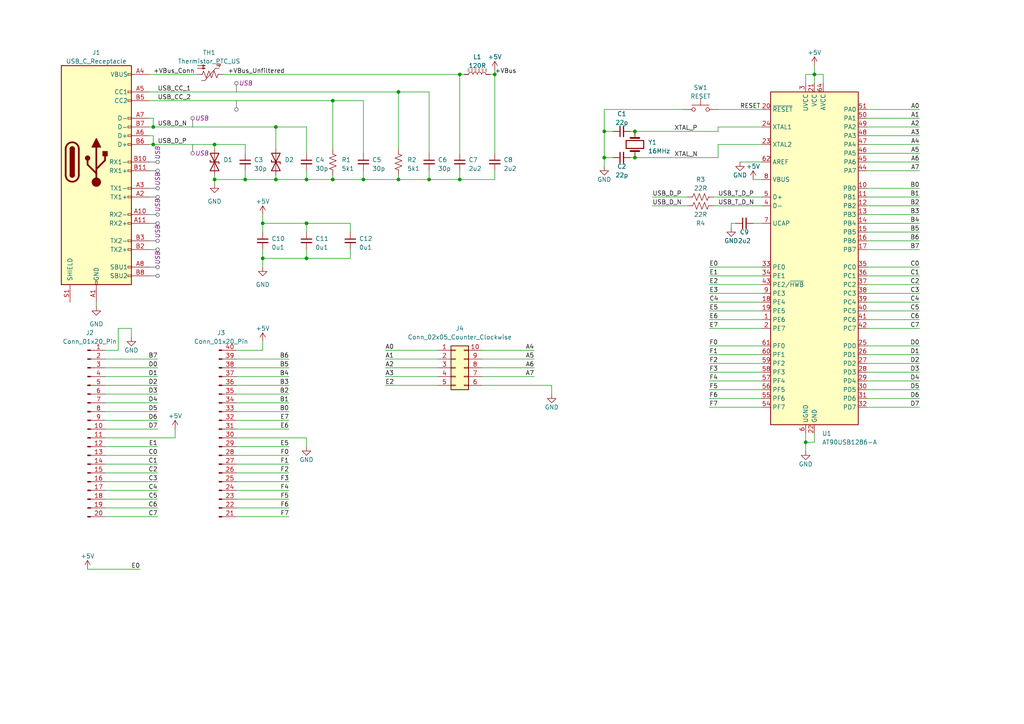
<source format=kicad_sch>
(kicad_sch
	(version 20231120)
	(generator "eeschema")
	(generator_version "8.0")
	(uuid "ceb72fce-5ebb-4a7b-acee-bc6a61f815f0")
	(paper "A4")
	
	(junction
		(at 80.01 52.07)
		(diameter 0)
		(color 0 0 0 0)
		(uuid "05d148bd-e1f5-4438-9779-c05fbe67241d")
	)
	(junction
		(at 115.57 26.67)
		(diameter 0)
		(color 0 0 0 0)
		(uuid "0e751fce-fed1-40c1-933a-91a3f2010ec0")
	)
	(junction
		(at 71.12 52.07)
		(diameter 0)
		(color 0 0 0 0)
		(uuid "0f658b4f-28e8-4346-ab0a-be2388710072")
	)
	(junction
		(at 233.68 128.27)
		(diameter 0)
		(color 0 0 0 0)
		(uuid "1d91be34-2a0f-46ec-bbb4-b43054c02acd")
	)
	(junction
		(at 88.9 52.07)
		(diameter 0)
		(color 0 0 0 0)
		(uuid "2147e7cd-9c54-4d7c-8b43-392aa92031a2")
	)
	(junction
		(at 62.23 52.07)
		(diameter 0)
		(color 0 0 0 0)
		(uuid "2d3c1cd7-5c82-4f9b-8c42-279ee6f5f4a3")
	)
	(junction
		(at 88.9 64.77)
		(diameter 0)
		(color 0 0 0 0)
		(uuid "3bf405c3-58bd-46fd-9161-dc7c3f9114c9")
	)
	(junction
		(at 143.51 21.59)
		(diameter 0)
		(color 0 0 0 0)
		(uuid "3d49f849-0b03-4c3e-9bc5-d269c41ff799")
	)
	(junction
		(at 62.23 41.91)
		(diameter 0)
		(color 0 0 0 0)
		(uuid "4c5db6e0-82a3-4b24-8ded-4e4ebc4026cc")
	)
	(junction
		(at 88.9 74.93)
		(diameter 0)
		(color 0 0 0 0)
		(uuid "4ceed14e-91b2-4524-88c2-94dba49b2987")
	)
	(junction
		(at 236.22 21.59)
		(diameter 0)
		(color 0 0 0 0)
		(uuid "575011f2-bcd2-4957-8c04-52164f1a69e1")
	)
	(junction
		(at 76.2 64.77)
		(diameter 0)
		(color 0 0 0 0)
		(uuid "5dccdb54-026e-4bc7-b395-e4a26debd3e8")
	)
	(junction
		(at 184.15 45.72)
		(diameter 0)
		(color 0 0 0 0)
		(uuid "5ed77c1a-f66d-48c6-80db-c8d681e08f89")
	)
	(junction
		(at 44.45 41.91)
		(diameter 0)
		(color 0 0 0 0)
		(uuid "5f71cdcd-1cc9-4b76-ae22-9e7d50433398")
	)
	(junction
		(at 96.52 29.21)
		(diameter 0)
		(color 0 0 0 0)
		(uuid "623fd4a6-bdef-403f-93a9-2e8bd5f53de7")
	)
	(junction
		(at 96.52 52.07)
		(diameter 0)
		(color 0 0 0 0)
		(uuid "8b8271ab-c450-47c8-aa99-1e29259725e1")
	)
	(junction
		(at 133.35 52.07)
		(diameter 0)
		(color 0 0 0 0)
		(uuid "944ce81e-eae3-49b9-996d-50b156d661dd")
	)
	(junction
		(at 80.01 36.83)
		(diameter 0)
		(color 0 0 0 0)
		(uuid "9e8ca83d-d626-405d-b17b-b2770a19dbf6")
	)
	(junction
		(at 184.15 38.1)
		(diameter 0)
		(color 0 0 0 0)
		(uuid "b6c441af-7a8e-46b8-a83c-e2235b2b9d31")
	)
	(junction
		(at 124.46 52.07)
		(diameter 0)
		(color 0 0 0 0)
		(uuid "c0969869-d519-4a1e-a87c-a5c26c7c45ce")
	)
	(junction
		(at 133.35 21.59)
		(diameter 0)
		(color 0 0 0 0)
		(uuid "c13349f0-9041-4477-87f7-09a155073169")
	)
	(junction
		(at 175.26 45.72)
		(diameter 0)
		(color 0 0 0 0)
		(uuid "d10a947e-ce99-4faf-b573-1e79efa2149f")
	)
	(junction
		(at 44.45 36.83)
		(diameter 0)
		(color 0 0 0 0)
		(uuid "d86069b0-e442-4b72-b456-fe24a5ed643a")
	)
	(junction
		(at 115.57 52.07)
		(diameter 0)
		(color 0 0 0 0)
		(uuid "e483b81a-0a61-4f37-a952-7996cc1c30f1")
	)
	(junction
		(at 76.2 74.93)
		(diameter 0)
		(color 0 0 0 0)
		(uuid "ebe7d765-f24b-456b-8017-5ca01533705e")
	)
	(junction
		(at 105.41 52.07)
		(diameter 0)
		(color 0 0 0 0)
		(uuid "f53aea9f-3273-4329-b86d-ea684e534412")
	)
	(junction
		(at 175.26 38.1)
		(diameter 0)
		(color 0 0 0 0)
		(uuid "f8350490-47c3-4d4e-a5aa-d65aee55eed1")
	)
	(wire
		(pts
			(xy 208.28 38.1) (xy 208.28 36.83)
		)
		(stroke
			(width 0)
			(type default)
		)
		(uuid "02655470-d52e-4a60-9035-bf0aff618074")
	)
	(wire
		(pts
			(xy 68.58 127) (xy 88.9 127)
		)
		(stroke
			(width 0)
			(type default)
		)
		(uuid "043e9969-55df-482c-a6ed-380baf5766a2")
	)
	(wire
		(pts
			(xy 233.68 125.73) (xy 233.68 128.27)
		)
		(stroke
			(width 0)
			(type default)
		)
		(uuid "04977aef-2abf-4a23-872a-e6c57f2f86a0")
	)
	(wire
		(pts
			(xy 115.57 26.67) (xy 115.57 43.18)
		)
		(stroke
			(width 0)
			(type default)
		)
		(uuid "04bf03da-cea1-4b05-9275-04be715e544a")
	)
	(wire
		(pts
			(xy 127 109.22) (xy 111.76 109.22)
		)
		(stroke
			(width 0)
			(type default)
		)
		(uuid "04f9bc81-07b9-4e3b-a3fc-8209d63cbe4e")
	)
	(wire
		(pts
			(xy 220.98 90.17) (xy 205.74 90.17)
		)
		(stroke
			(width 0)
			(type default)
		)
		(uuid "060a1290-22c7-46cd-9ffb-69b02c8a6fbd")
	)
	(wire
		(pts
			(xy 68.58 144.78) (xy 83.82 144.78)
		)
		(stroke
			(width 0)
			(type default)
		)
		(uuid "079dd529-87e5-4be3-801c-4932577701e6")
	)
	(wire
		(pts
			(xy 88.9 36.83) (xy 88.9 44.45)
		)
		(stroke
			(width 0)
			(type default)
		)
		(uuid "07cb1995-8c99-470a-979c-218954f4a001")
	)
	(wire
		(pts
			(xy 43.18 34.29) (xy 44.45 34.29)
		)
		(stroke
			(width 0)
			(type default)
		)
		(uuid "0974ccea-b3a4-4630-93f8-d4ec99345b2e")
	)
	(wire
		(pts
			(xy 175.26 48.26) (xy 175.26 45.72)
		)
		(stroke
			(width 0)
			(type default)
		)
		(uuid "0bf8e949-dd5c-4b09-802c-673f1ba3a48b")
	)
	(wire
		(pts
			(xy 30.48 111.76) (xy 45.72 111.76)
		)
		(stroke
			(width 0)
			(type default)
		)
		(uuid "0e58009d-01e8-4bbc-862c-9d52b579b4e0")
	)
	(wire
		(pts
			(xy 30.48 132.08) (xy 45.72 132.08)
		)
		(stroke
			(width 0)
			(type default)
		)
		(uuid "0e642751-5e48-4b13-901d-f7a5248df8a5")
	)
	(wire
		(pts
			(xy 64.77 21.59) (xy 133.35 21.59)
		)
		(stroke
			(width 0)
			(type default)
		)
		(uuid "0e6ee383-c18e-4f44-b8c4-59f063d20dbc")
	)
	(wire
		(pts
			(xy 175.26 31.75) (xy 198.12 31.75)
		)
		(stroke
			(width 0)
			(type default)
		)
		(uuid "0ecfb8dd-93ce-44ce-9399-5d2bf319cb27")
	)
	(wire
		(pts
			(xy 220.98 82.55) (xy 205.74 82.55)
		)
		(stroke
			(width 0)
			(type default)
		)
		(uuid "0f5bf435-b59a-4cac-af8b-883fe25e099f")
	)
	(wire
		(pts
			(xy 220.98 118.11) (xy 205.74 118.11)
		)
		(stroke
			(width 0)
			(type default)
		)
		(uuid "10189cfa-5625-41df-a020-143b7b917086")
	)
	(wire
		(pts
			(xy 68.58 137.16) (xy 83.82 137.16)
		)
		(stroke
			(width 0)
			(type default)
		)
		(uuid "1279d4f5-8925-4b7e-8e24-49dd44277df7")
	)
	(wire
		(pts
			(xy 105.41 52.07) (xy 115.57 52.07)
		)
		(stroke
			(width 0)
			(type default)
		)
		(uuid "130631fd-da37-41a1-af9d-1d6b1c6bc26f")
	)
	(wire
		(pts
			(xy 30.48 144.78) (xy 45.72 144.78)
		)
		(stroke
			(width 0)
			(type default)
		)
		(uuid "165af52a-e6f5-447c-b004-a66403c731a1")
	)
	(wire
		(pts
			(xy 142.24 21.59) (xy 143.51 21.59)
		)
		(stroke
			(width 0)
			(type default)
		)
		(uuid "168e3c40-7b65-4b46-beab-6f37a1ed65c8")
	)
	(wire
		(pts
			(xy 62.23 52.07) (xy 62.23 53.34)
		)
		(stroke
			(width 0)
			(type default)
		)
		(uuid "18186afe-5a68-497a-bde9-986e7e200188")
	)
	(wire
		(pts
			(xy 50.8 124.46) (xy 50.8 127)
		)
		(stroke
			(width 0)
			(type default)
		)
		(uuid "1ac8f7cb-82c7-4bfc-a043-0e1b62965926")
	)
	(wire
		(pts
			(xy 220.98 102.87) (xy 205.74 102.87)
		)
		(stroke
			(width 0)
			(type default)
		)
		(uuid "1b401a48-5ff5-448f-9821-5cb176b3cb2e")
	)
	(wire
		(pts
			(xy 30.48 129.54) (xy 45.72 129.54)
		)
		(stroke
			(width 0)
			(type default)
		)
		(uuid "1bed3c89-f744-498a-8b39-5e4c2369707c")
	)
	(wire
		(pts
			(xy 62.23 50.8) (xy 62.23 52.07)
		)
		(stroke
			(width 0)
			(type default)
		)
		(uuid "1ca99f2f-e28f-4c53-9362-f19a8c2b6fef")
	)
	(wire
		(pts
			(xy 143.51 20.32) (xy 143.51 21.59)
		)
		(stroke
			(width 0)
			(type default)
		)
		(uuid "208d748d-337d-445d-b68b-62d465cfde1c")
	)
	(wire
		(pts
			(xy 43.18 29.21) (xy 96.52 29.21)
		)
		(stroke
			(width 0)
			(type default)
		)
		(uuid "2253d882-26da-4fed-a376-02eae801352e")
	)
	(wire
		(pts
			(xy 68.58 139.7) (xy 83.82 139.7)
		)
		(stroke
			(width 0)
			(type default)
		)
		(uuid "234b3e45-c8bf-4d85-bd4a-be7cff513716")
	)
	(wire
		(pts
			(xy 30.48 116.84) (xy 45.72 116.84)
		)
		(stroke
			(width 0)
			(type default)
		)
		(uuid "244d6079-92dc-4625-a8a5-ded3cadd955a")
	)
	(wire
		(pts
			(xy 71.12 49.53) (xy 71.12 52.07)
		)
		(stroke
			(width 0)
			(type default)
		)
		(uuid "25e499cc-7459-4aa7-96af-fb143cc4905d")
	)
	(wire
		(pts
			(xy 220.98 100.33) (xy 205.74 100.33)
		)
		(stroke
			(width 0)
			(type default)
		)
		(uuid "2882456c-7573-4b9f-8e68-4bb1a46c2c7e")
	)
	(wire
		(pts
			(xy 207.01 59.69) (xy 220.98 59.69)
		)
		(stroke
			(width 0)
			(type default)
		)
		(uuid "2c23ded4-18c8-4808-ae02-93fc36815de8")
	)
	(wire
		(pts
			(xy 236.22 125.73) (xy 236.22 128.27)
		)
		(stroke
			(width 0)
			(type default)
		)
		(uuid "2d671cfb-ab0e-422e-b153-5c9b4c376fee")
	)
	(wire
		(pts
			(xy 80.01 36.83) (xy 88.9 36.83)
		)
		(stroke
			(width 0)
			(type default)
		)
		(uuid "2e4dc5f7-ddf2-49b8-84c1-a8ed0d05ac3b")
	)
	(wire
		(pts
			(xy 30.48 149.86) (xy 45.72 149.86)
		)
		(stroke
			(width 0)
			(type default)
		)
		(uuid "2fa5695a-3078-4c48-bac4-ea2b6ce0159c")
	)
	(wire
		(pts
			(xy 76.2 67.31) (xy 76.2 64.77)
		)
		(stroke
			(width 0)
			(type default)
		)
		(uuid "2fdc90f1-93a3-4c69-a8f4-57038a2dd3c0")
	)
	(wire
		(pts
			(xy 101.6 74.93) (xy 101.6 72.39)
		)
		(stroke
			(width 0)
			(type default)
		)
		(uuid "3003c28f-ed88-41be-ab81-144614fafdd6")
	)
	(wire
		(pts
			(xy 233.68 128.27) (xy 233.68 130.81)
		)
		(stroke
			(width 0)
			(type default)
		)
		(uuid "33abe216-357a-4bed-a3e8-ba394b0023a7")
	)
	(wire
		(pts
			(xy 76.2 64.77) (xy 88.9 64.77)
		)
		(stroke
			(width 0)
			(type default)
		)
		(uuid "33f97204-a28e-4869-afc5-3c0a0ecced9b")
	)
	(wire
		(pts
			(xy 30.48 127) (xy 50.8 127)
		)
		(stroke
			(width 0)
			(type default)
		)
		(uuid "341f461e-53e5-416e-a283-c86e1cd8d273")
	)
	(wire
		(pts
			(xy 251.46 100.33) (xy 266.7 100.33)
		)
		(stroke
			(width 0)
			(type default)
		)
		(uuid "34fa40c8-397b-46cd-9fc8-428444975cc5")
	)
	(wire
		(pts
			(xy 30.48 106.68) (xy 45.72 106.68)
		)
		(stroke
			(width 0)
			(type default)
		)
		(uuid "3562b1c4-37c4-49f3-8dfe-44a490af1bab")
	)
	(wire
		(pts
			(xy 251.46 49.53) (xy 266.7 49.53)
		)
		(stroke
			(width 0)
			(type default)
		)
		(uuid "36f38414-c44d-42dc-bb37-8abbec380546")
	)
	(wire
		(pts
			(xy 139.7 109.22) (xy 154.94 109.22)
		)
		(stroke
			(width 0)
			(type default)
		)
		(uuid "38b7b55e-5abb-4cb7-bd33-2071ff31fd48")
	)
	(wire
		(pts
			(xy 133.35 21.59) (xy 133.35 44.45)
		)
		(stroke
			(width 0)
			(type default)
		)
		(uuid "39d992f8-4abf-4df7-9cdb-75ef7129fbf3")
	)
	(wire
		(pts
			(xy 220.98 92.71) (xy 205.74 92.71)
		)
		(stroke
			(width 0)
			(type default)
		)
		(uuid "3a991012-d205-47b9-82df-d60767ab2967")
	)
	(wire
		(pts
			(xy 208.28 36.83) (xy 220.98 36.83)
		)
		(stroke
			(width 0)
			(type default)
		)
		(uuid "3e622191-8578-49d0-baf4-5c6efe1fa7bf")
	)
	(wire
		(pts
			(xy 220.98 113.03) (xy 205.74 113.03)
		)
		(stroke
			(width 0)
			(type default)
		)
		(uuid "41a744ab-e7e0-4593-aab5-525517591a2c")
	)
	(wire
		(pts
			(xy 62.23 41.91) (xy 62.23 43.18)
		)
		(stroke
			(width 0)
			(type default)
		)
		(uuid "42364a55-fc87-4a31-b74f-646ad1b4497d")
	)
	(wire
		(pts
			(xy 30.48 147.32) (xy 45.72 147.32)
		)
		(stroke
			(width 0)
			(type default)
		)
		(uuid "42839bee-a9e7-400e-98a9-40b4111dea7a")
	)
	(wire
		(pts
			(xy 30.48 114.3) (xy 45.72 114.3)
		)
		(stroke
			(width 0)
			(type default)
		)
		(uuid "47189f1e-50ae-4577-9007-c974cb966cc4")
	)
	(wire
		(pts
			(xy 251.46 72.39) (xy 266.7 72.39)
		)
		(stroke
			(width 0)
			(type default)
		)
		(uuid "483140be-c50d-4258-9f3f-403559b01f87")
	)
	(wire
		(pts
			(xy 68.58 134.62) (xy 83.82 134.62)
		)
		(stroke
			(width 0)
			(type default)
		)
		(uuid "4b19eae2-272f-43e9-aaeb-62b8f9ce88b4")
	)
	(wire
		(pts
			(xy 220.98 85.09) (xy 205.74 85.09)
		)
		(stroke
			(width 0)
			(type default)
		)
		(uuid "4c2aa845-dfe7-4afb-829d-17149ca6aaca")
	)
	(wire
		(pts
			(xy 43.18 36.83) (xy 44.45 36.83)
		)
		(stroke
			(width 0)
			(type default)
		)
		(uuid "4d5af47e-298c-40ad-a455-b74351dc428c")
	)
	(wire
		(pts
			(xy 88.9 49.53) (xy 88.9 52.07)
		)
		(stroke
			(width 0)
			(type default)
		)
		(uuid "4e86f294-b025-4b2e-a262-b6e6798c1609")
	)
	(wire
		(pts
			(xy 251.46 69.85) (xy 266.7 69.85)
		)
		(stroke
			(width 0)
			(type default)
		)
		(uuid "5013fef4-0a38-459c-9dae-3e80102df385")
	)
	(wire
		(pts
			(xy 105.41 49.53) (xy 105.41 52.07)
		)
		(stroke
			(width 0)
			(type default)
		)
		(uuid "5486b0d9-a0a8-44cb-b3e0-cbbe1aef2df0")
	)
	(wire
		(pts
			(xy 251.46 64.77) (xy 266.7 64.77)
		)
		(stroke
			(width 0)
			(type default)
		)
		(uuid "5563ed9c-7b57-4fc4-8b87-84b2864c6ab9")
	)
	(wire
		(pts
			(xy 251.46 113.03) (xy 266.7 113.03)
		)
		(stroke
			(width 0)
			(type default)
		)
		(uuid "565fd9ce-118e-4f87-ba08-0264fc138a3c")
	)
	(wire
		(pts
			(xy 233.68 24.13) (xy 233.68 21.59)
		)
		(stroke
			(width 0)
			(type default)
		)
		(uuid "57b73245-7ff5-49e9-a75e-d09b01d873cc")
	)
	(wire
		(pts
			(xy 96.52 29.21) (xy 105.41 29.21)
		)
		(stroke
			(width 0)
			(type default)
		)
		(uuid "59500111-2938-404a-9e50-acf40f3ff3bf")
	)
	(wire
		(pts
			(xy 68.58 114.3) (xy 83.82 114.3)
		)
		(stroke
			(width 0)
			(type default)
		)
		(uuid "5b1cec2b-591a-4a06-b02e-8f00cf1975cc")
	)
	(wire
		(pts
			(xy 208.28 31.75) (xy 220.98 31.75)
		)
		(stroke
			(width 0)
			(type default)
		)
		(uuid "5c583753-e124-4d6f-9c1e-e71a4583ff70")
	)
	(wire
		(pts
			(xy 182.88 45.72) (xy 184.15 45.72)
		)
		(stroke
			(width 0)
			(type default)
		)
		(uuid "5d6c0dd2-3cb0-40ee-8040-ef4528879566")
	)
	(wire
		(pts
			(xy 133.35 21.59) (xy 134.62 21.59)
		)
		(stroke
			(width 0)
			(type default)
		)
		(uuid "5f121112-69ff-4bbd-9fd1-219bc9401a5e")
	)
	(wire
		(pts
			(xy 44.45 36.83) (xy 80.01 36.83)
		)
		(stroke
			(width 0)
			(type default)
		)
		(uuid "5f6b18a8-3029-4bc0-98d8-aff4feba9811")
	)
	(wire
		(pts
			(xy 220.98 110.49) (xy 205.74 110.49)
		)
		(stroke
			(width 0)
			(type default)
		)
		(uuid "618bc96e-3e9c-42d6-a01a-35ce95793f81")
	)
	(wire
		(pts
			(xy 88.9 52.07) (xy 96.52 52.07)
		)
		(stroke
			(width 0)
			(type default)
		)
		(uuid "619b7394-c48c-41b8-84a2-ffad1793cf3b")
	)
	(wire
		(pts
			(xy 139.7 101.6) (xy 154.94 101.6)
		)
		(stroke
			(width 0)
			(type default)
		)
		(uuid "638800bd-87b2-425c-a63c-fed9c553ccab")
	)
	(wire
		(pts
			(xy 88.9 64.77) (xy 101.6 64.77)
		)
		(stroke
			(width 0)
			(type default)
		)
		(uuid "649fca05-aab1-4807-bff2-7c8e8a456ed5")
	)
	(wire
		(pts
			(xy 139.7 104.14) (xy 154.94 104.14)
		)
		(stroke
			(width 0)
			(type default)
		)
		(uuid "64ba235b-95da-4f32-b554-11e250d1a799")
	)
	(wire
		(pts
			(xy 76.2 74.93) (xy 76.2 77.47)
		)
		(stroke
			(width 0)
			(type default)
		)
		(uuid "65c415d4-422f-44c7-866d-84330ab9e086")
	)
	(wire
		(pts
			(xy 208.28 41.91) (xy 220.98 41.91)
		)
		(stroke
			(width 0)
			(type default)
		)
		(uuid "677e9f4f-9079-43b7-9750-ada4dedce941")
	)
	(wire
		(pts
			(xy 220.98 95.25) (xy 205.74 95.25)
		)
		(stroke
			(width 0)
			(type default)
		)
		(uuid "6811f4ae-4cf2-4c37-8423-ca6b7860addb")
	)
	(wire
		(pts
			(xy 88.9 74.93) (xy 101.6 74.93)
		)
		(stroke
			(width 0)
			(type default)
		)
		(uuid "6b1d9d1a-3446-4450-b9fa-f03f4c307cb6")
	)
	(wire
		(pts
			(xy 27.94 87.63) (xy 27.94 88.9)
		)
		(stroke
			(width 0)
			(type default)
		)
		(uuid "6b734b03-1c72-4c00-8fa3-53d7a5fd66ec")
	)
	(wire
		(pts
			(xy 68.58 147.32) (xy 83.82 147.32)
		)
		(stroke
			(width 0)
			(type default)
		)
		(uuid "6bde5afd-8ab9-40f6-a63e-91bc81d86371")
	)
	(wire
		(pts
			(xy 251.46 67.31) (xy 266.7 67.31)
		)
		(stroke
			(width 0)
			(type default)
		)
		(uuid "6dd045cb-4161-4462-8994-f1aec12c76af")
	)
	(wire
		(pts
			(xy 115.57 52.07) (xy 124.46 52.07)
		)
		(stroke
			(width 0)
			(type default)
		)
		(uuid "6e4b9980-fe17-4bf1-829f-9681bea3fcc5")
	)
	(wire
		(pts
			(xy 71.12 52.07) (xy 80.01 52.07)
		)
		(stroke
			(width 0)
			(type default)
		)
		(uuid "70f86f8b-0d12-4971-a973-e1c71dd40bd7")
	)
	(wire
		(pts
			(xy 68.58 109.22) (xy 83.82 109.22)
		)
		(stroke
			(width 0)
			(type default)
		)
		(uuid "71b31462-f2ed-48ab-898a-c73d63af0771")
	)
	(wire
		(pts
			(xy 25.4 165.1) (xy 40.64 165.1)
		)
		(stroke
			(width 0)
			(type default)
		)
		(uuid "74d93092-514e-4d27-b65c-ef70fd4baddb")
	)
	(wire
		(pts
			(xy 220.98 105.41) (xy 205.74 105.41)
		)
		(stroke
			(width 0)
			(type default)
		)
		(uuid "771f8f40-da0f-4cf9-b11e-fcdfda389b12")
	)
	(wire
		(pts
			(xy 207.01 57.15) (xy 220.98 57.15)
		)
		(stroke
			(width 0)
			(type default)
		)
		(uuid "7784dd4e-241b-4913-88f6-c7680930885d")
	)
	(wire
		(pts
			(xy 160.02 111.76) (xy 160.02 114.3)
		)
		(stroke
			(width 0)
			(type default)
		)
		(uuid "79a9a0ed-7acb-4b1a-a594-a742415162b4")
	)
	(wire
		(pts
			(xy 124.46 26.67) (xy 124.46 44.45)
		)
		(stroke
			(width 0)
			(type default)
		)
		(uuid "7a09d93d-6a60-40aa-87a8-138777445040")
	)
	(wire
		(pts
			(xy 212.09 64.77) (xy 212.09 66.04)
		)
		(stroke
			(width 0)
			(type default)
		)
		(uuid "7a3e6a85-6f43-4170-b130-82b363c31d4b")
	)
	(wire
		(pts
			(xy 175.26 45.72) (xy 177.8 45.72)
		)
		(stroke
			(width 0)
			(type default)
		)
		(uuid "7b648b73-6b6f-472d-96b8-e13667a62b03")
	)
	(wire
		(pts
			(xy 96.52 50.8) (xy 96.52 52.07)
		)
		(stroke
			(width 0)
			(type default)
		)
		(uuid "7b8a0b43-d57e-4bdf-a557-c5202aef752b")
	)
	(wire
		(pts
			(xy 220.98 115.57) (xy 205.74 115.57)
		)
		(stroke
			(width 0)
			(type default)
		)
		(uuid "7cac710a-ff6b-4d9a-991b-472bc9cf002e")
	)
	(wire
		(pts
			(xy 38.1 95.25) (xy 38.1 97.79)
		)
		(stroke
			(width 0)
			(type default)
		)
		(uuid "7d22bfad-eae7-4be1-bace-30f6ea056409")
	)
	(wire
		(pts
			(xy 208.28 45.72) (xy 208.28 41.91)
		)
		(stroke
			(width 0)
			(type default)
		)
		(uuid "7dd62008-5734-4aed-9572-31997375fd7e")
	)
	(wire
		(pts
			(xy 189.23 57.15) (xy 199.39 57.15)
		)
		(stroke
			(width 0)
			(type default)
		)
		(uuid "7e00e7c3-f3f1-43aa-a3f4-1ef17ec95da8")
	)
	(wire
		(pts
			(xy 68.58 119.38) (xy 83.82 119.38)
		)
		(stroke
			(width 0)
			(type default)
		)
		(uuid "7f7ed965-d622-4514-a957-be58502492ba")
	)
	(wire
		(pts
			(xy 43.18 26.67) (xy 115.57 26.67)
		)
		(stroke
			(width 0)
			(type default)
		)
		(uuid "813b7516-aed9-48fb-ab5f-78d302dcef34")
	)
	(wire
		(pts
			(xy 124.46 52.07) (xy 133.35 52.07)
		)
		(stroke
			(width 0)
			(type default)
		)
		(uuid "8203fc6f-a9f6-4717-8ede-493275cbb766")
	)
	(wire
		(pts
			(xy 71.12 41.91) (xy 71.12 44.45)
		)
		(stroke
			(width 0)
			(type default)
		)
		(uuid "82a2efea-d139-484c-ac6a-9ce6ed45af19")
	)
	(wire
		(pts
			(xy 80.01 50.8) (xy 80.01 52.07)
		)
		(stroke
			(width 0)
			(type default)
		)
		(uuid "83f1c112-0923-4b60-b4c0-fe26a4a1862c")
	)
	(wire
		(pts
			(xy 88.9 127) (xy 88.9 129.54)
		)
		(stroke
			(width 0)
			(type default)
		)
		(uuid "8717a831-df26-462b-98f5-8719a924c4bb")
	)
	(wire
		(pts
			(xy 220.98 87.63) (xy 205.74 87.63)
		)
		(stroke
			(width 0)
			(type default)
		)
		(uuid "87d5a423-d9df-42c8-b159-3abb80241174")
	)
	(wire
		(pts
			(xy 80.01 52.07) (xy 88.9 52.07)
		)
		(stroke
			(width 0)
			(type default)
		)
		(uuid "882de4e0-c170-4454-a30b-7e653fc41a87")
	)
	(wire
		(pts
			(xy 184.15 38.1) (xy 182.88 38.1)
		)
		(stroke
			(width 0)
			(type default)
		)
		(uuid "889569bb-e1f5-4c03-9b6d-34d66c5d82a0")
	)
	(wire
		(pts
			(xy 251.46 92.71) (xy 266.7 92.71)
		)
		(stroke
			(width 0)
			(type default)
		)
		(uuid "8934f5b9-d55c-439b-b71d-f656b876055c")
	)
	(wire
		(pts
			(xy 101.6 64.77) (xy 101.6 67.31)
		)
		(stroke
			(width 0)
			(type default)
		)
		(uuid "8adb9aa4-1eed-43f2-b303-4cc29d0a7982")
	)
	(wire
		(pts
			(xy 218.44 52.07) (xy 220.98 52.07)
		)
		(stroke
			(width 0)
			(type default)
		)
		(uuid "8c8cbf85-d0b9-42f4-9641-4c4ead96d80c")
	)
	(wire
		(pts
			(xy 44.45 34.29) (xy 44.45 36.83)
		)
		(stroke
			(width 0)
			(type default)
		)
		(uuid "8c9edf3e-11e3-4b13-bc1e-8c770913642b")
	)
	(wire
		(pts
			(xy 30.48 109.22) (xy 45.72 109.22)
		)
		(stroke
			(width 0)
			(type default)
		)
		(uuid "8d506399-27f5-4326-b6e0-a3c217c53227")
	)
	(wire
		(pts
			(xy 251.46 62.23) (xy 266.7 62.23)
		)
		(stroke
			(width 0)
			(type default)
		)
		(uuid "8e51ba29-d23e-4458-b2b8-1e45cf961ed4")
	)
	(wire
		(pts
			(xy 220.98 80.01) (xy 205.74 80.01)
		)
		(stroke
			(width 0)
			(type default)
		)
		(uuid "918932ec-d62e-42c3-aa3a-2b93a22337c0")
	)
	(wire
		(pts
			(xy 251.46 39.37) (xy 266.7 39.37)
		)
		(stroke
			(width 0)
			(type default)
		)
		(uuid "91b42f54-60a1-485a-b8f2-51b43e4bc8f9")
	)
	(wire
		(pts
			(xy 218.44 64.77) (xy 220.98 64.77)
		)
		(stroke
			(width 0)
			(type default)
		)
		(uuid "92a60205-1fcd-4f2a-b84d-5547d651fede")
	)
	(wire
		(pts
			(xy 184.15 38.1) (xy 208.28 38.1)
		)
		(stroke
			(width 0)
			(type default)
		)
		(uuid "92d943f9-e97e-4e8b-b6d9-c0f4b1527c99")
	)
	(wire
		(pts
			(xy 30.48 101.6) (xy 34.29 101.6)
		)
		(stroke
			(width 0)
			(type default)
		)
		(uuid "93798eb1-8f73-4ddb-b98e-63bd9449fe28")
	)
	(wire
		(pts
			(xy 238.76 21.59) (xy 238.76 24.13)
		)
		(stroke
			(width 0)
			(type default)
		)
		(uuid "93834190-83f6-4e67-b502-5cb149373f70")
	)
	(wire
		(pts
			(xy 251.46 36.83) (xy 266.7 36.83)
		)
		(stroke
			(width 0)
			(type default)
		)
		(uuid "93e05232-eda1-4956-bf71-cdefe7bc853c")
	)
	(wire
		(pts
			(xy 251.46 118.11) (xy 266.7 118.11)
		)
		(stroke
			(width 0)
			(type default)
		)
		(uuid "99a951ec-4999-4ae7-b155-80f2cb3b5163")
	)
	(wire
		(pts
			(xy 96.52 52.07) (xy 105.41 52.07)
		)
		(stroke
			(width 0)
			(type default)
		)
		(uuid "9b411c0c-a2bb-4e29-bcb6-89be0fefe775")
	)
	(wire
		(pts
			(xy 251.46 90.17) (xy 266.7 90.17)
		)
		(stroke
			(width 0)
			(type default)
		)
		(uuid "9b549971-2554-44a4-9ac2-228eb0ae6b53")
	)
	(wire
		(pts
			(xy 175.26 45.72) (xy 175.26 38.1)
		)
		(stroke
			(width 0)
			(type default)
		)
		(uuid "9cbab75a-907a-47a9-906a-17fb95e52bda")
	)
	(wire
		(pts
			(xy 30.48 121.92) (xy 45.72 121.92)
		)
		(stroke
			(width 0)
			(type default)
		)
		(uuid "9e1d9860-af3c-4074-849e-8e53476e7ad7")
	)
	(wire
		(pts
			(xy 30.48 139.7) (xy 45.72 139.7)
		)
		(stroke
			(width 0)
			(type default)
		)
		(uuid "9ff15007-39f0-4210-9704-cb8d24fa4066")
	)
	(wire
		(pts
			(xy 68.58 121.92) (xy 83.82 121.92)
		)
		(stroke
			(width 0)
			(type default)
		)
		(uuid "a0a26f5c-5070-497e-9119-f44f01669f0b")
	)
	(wire
		(pts
			(xy 30.48 104.14) (xy 45.72 104.14)
		)
		(stroke
			(width 0)
			(type default)
		)
		(uuid "a21ece3f-d930-4f07-bfaf-d6a9c881c09a")
	)
	(wire
		(pts
			(xy 251.46 59.69) (xy 266.7 59.69)
		)
		(stroke
			(width 0)
			(type default)
		)
		(uuid "a313b875-1df4-43a0-9ccb-094d0911a83d")
	)
	(wire
		(pts
			(xy 30.48 142.24) (xy 45.72 142.24)
		)
		(stroke
			(width 0)
			(type default)
		)
		(uuid "a45dee2b-9c74-4729-a5e2-519cd748c7af")
	)
	(wire
		(pts
			(xy 88.9 74.93) (xy 88.9 72.39)
		)
		(stroke
			(width 0)
			(type default)
		)
		(uuid "a537726c-8b0a-458e-bf27-2651e5727205")
	)
	(wire
		(pts
			(xy 30.48 124.46) (xy 45.72 124.46)
		)
		(stroke
			(width 0)
			(type default)
		)
		(uuid "a6764ef8-40ab-479a-ac99-d69fca4f3c99")
	)
	(wire
		(pts
			(xy 30.48 134.62) (xy 45.72 134.62)
		)
		(stroke
			(width 0)
			(type default)
		)
		(uuid "a8723419-5f87-4e25-b739-12404db520cb")
	)
	(wire
		(pts
			(xy 251.46 95.25) (xy 266.7 95.25)
		)
		(stroke
			(width 0)
			(type default)
		)
		(uuid "a9023e88-ea5d-4f46-bc95-917e49e3604a")
	)
	(wire
		(pts
			(xy 139.7 106.68) (xy 154.94 106.68)
		)
		(stroke
			(width 0)
			(type default)
		)
		(uuid "ab7215ed-791a-4083-9415-9b89a31b328a")
	)
	(wire
		(pts
			(xy 127 111.76) (xy 111.76 111.76)
		)
		(stroke
			(width 0)
			(type default)
		)
		(uuid "ab732278-eec9-4f2c-8138-1baad5db5d4e")
	)
	(wire
		(pts
			(xy 233.68 128.27) (xy 236.22 128.27)
		)
		(stroke
			(width 0)
			(type default)
		)
		(uuid "abda2968-91b9-4a55-a710-70a373e6fb4d")
	)
	(wire
		(pts
			(xy 127 101.6) (xy 111.76 101.6)
		)
		(stroke
			(width 0)
			(type default)
		)
		(uuid "ae5d9fbd-a4b1-49ab-80b4-c6ce3ca2a587")
	)
	(wire
		(pts
			(xy 251.46 102.87) (xy 266.7 102.87)
		)
		(stroke
			(width 0)
			(type default)
		)
		(uuid "b02194bd-a7b6-42f6-806a-c8d9e78bcb97")
	)
	(wire
		(pts
			(xy 68.58 124.46) (xy 83.82 124.46)
		)
		(stroke
			(width 0)
			(type default)
		)
		(uuid "b14a1e3d-ac65-4ad1-b362-432789d24bbf")
	)
	(wire
		(pts
			(xy 251.46 82.55) (xy 266.7 82.55)
		)
		(stroke
			(width 0)
			(type default)
		)
		(uuid "b15afa10-ec36-4401-a651-ab8c98f9babc")
	)
	(wire
		(pts
			(xy 143.51 21.59) (xy 143.51 44.45)
		)
		(stroke
			(width 0)
			(type default)
		)
		(uuid "b30fcf6b-acef-4403-963b-e3ae5f9f0293")
	)
	(wire
		(pts
			(xy 68.58 101.6) (xy 76.2 101.6)
		)
		(stroke
			(width 0)
			(type default)
		)
		(uuid "b322c536-12ac-4a4a-b3dd-fda139fb7bf5")
	)
	(wire
		(pts
			(xy 133.35 52.07) (xy 143.51 52.07)
		)
		(stroke
			(width 0)
			(type default)
		)
		(uuid "b39f2b26-5bc0-44d5-8226-10cbd0a9a69e")
	)
	(wire
		(pts
			(xy 34.29 95.25) (xy 38.1 95.25)
		)
		(stroke
			(width 0)
			(type default)
		)
		(uuid "b3fdb02e-9709-4ca2-839c-04f745f96649")
	)
	(wire
		(pts
			(xy 220.98 77.47) (xy 205.74 77.47)
		)
		(stroke
			(width 0)
			(type default)
		)
		(uuid "b59cbe79-a081-4f86-a13e-df986348c101")
	)
	(wire
		(pts
			(xy 133.35 52.07) (xy 133.35 49.53)
		)
		(stroke
			(width 0)
			(type default)
		)
		(uuid "b717a368-8116-4576-8437-6d9060b465fe")
	)
	(wire
		(pts
			(xy 43.18 39.37) (xy 44.45 39.37)
		)
		(stroke
			(width 0)
			(type default)
		)
		(uuid "b7a9afda-e7ae-4930-bcc5-ff34a3ffb8b1")
	)
	(wire
		(pts
			(xy 251.46 46.99) (xy 266.7 46.99)
		)
		(stroke
			(width 0)
			(type default)
		)
		(uuid "b916fb67-3eaf-4a24-80fb-9f90e6f0c788")
	)
	(wire
		(pts
			(xy 62.23 52.07) (xy 71.12 52.07)
		)
		(stroke
			(width 0)
			(type default)
		)
		(uuid "bae30276-daa5-4733-98c7-0b3b33ed514f")
	)
	(wire
		(pts
			(xy 43.18 41.91) (xy 44.45 41.91)
		)
		(stroke
			(width 0)
			(type default)
		)
		(uuid "bb08f289-0dbb-436a-9e7b-3434674b7ab7")
	)
	(wire
		(pts
			(xy 251.46 80.01) (xy 266.7 80.01)
		)
		(stroke
			(width 0)
			(type default)
		)
		(uuid "bb2b0ca6-59b8-4df0-b205-35ca8b64e2f1")
	)
	(wire
		(pts
			(xy 68.58 116.84) (xy 83.82 116.84)
		)
		(stroke
			(width 0)
			(type default)
		)
		(uuid "bb5f5e8a-0e1b-4971-8ee4-9e6fdcd7c3d3")
	)
	(wire
		(pts
			(xy 175.26 38.1) (xy 177.8 38.1)
		)
		(stroke
			(width 0)
			(type default)
		)
		(uuid "bbc7531e-8bc4-4f85-a4a7-2e2791885505")
	)
	(wire
		(pts
			(xy 68.58 132.08) (xy 83.82 132.08)
		)
		(stroke
			(width 0)
			(type default)
		)
		(uuid "bd5c9264-020f-4afe-9450-aa7aa824f426")
	)
	(wire
		(pts
			(xy 236.22 19.05) (xy 236.22 21.59)
		)
		(stroke
			(width 0)
			(type default)
		)
		(uuid "bd74a313-a5d8-45cf-a3d3-77ac9aed28d2")
	)
	(wire
		(pts
			(xy 251.46 105.41) (xy 266.7 105.41)
		)
		(stroke
			(width 0)
			(type default)
		)
		(uuid "beff5c15-df23-4327-96e0-6c992f8bfe39")
	)
	(wire
		(pts
			(xy 68.58 104.14) (xy 83.82 104.14)
		)
		(stroke
			(width 0)
			(type default)
		)
		(uuid "bf504fc0-9350-4e88-8afe-50735ce419c4")
	)
	(wire
		(pts
			(xy 76.2 62.23) (xy 76.2 64.77)
		)
		(stroke
			(width 0)
			(type default)
		)
		(uuid "c2b36d79-c889-43df-843a-3035ad51c28c")
	)
	(wire
		(pts
			(xy 115.57 50.8) (xy 115.57 52.07)
		)
		(stroke
			(width 0)
			(type default)
		)
		(uuid "c3734c58-998f-497a-aaaf-a2fd4434d360")
	)
	(wire
		(pts
			(xy 251.46 77.47) (xy 266.7 77.47)
		)
		(stroke
			(width 0)
			(type default)
		)
		(uuid "c4893952-52da-41be-9427-63ad072f3435")
	)
	(wire
		(pts
			(xy 184.15 45.72) (xy 208.28 45.72)
		)
		(stroke
			(width 0)
			(type default)
		)
		(uuid "c4cadd73-a6fc-4471-8c7e-955f4f3743d5")
	)
	(wire
		(pts
			(xy 80.01 36.83) (xy 80.01 43.18)
		)
		(stroke
			(width 0)
			(type default)
		)
		(uuid "c62dd04d-867e-43b5-b19f-2285819b3805")
	)
	(wire
		(pts
			(xy 96.52 29.21) (xy 96.52 43.18)
		)
		(stroke
			(width 0)
			(type default)
		)
		(uuid "c6369586-a1d5-4a3e-8814-a5c155a6a3b9")
	)
	(wire
		(pts
			(xy 220.98 107.95) (xy 205.74 107.95)
		)
		(stroke
			(width 0)
			(type default)
		)
		(uuid "c6379764-6c60-45ec-8514-49ef4d76bb4e")
	)
	(wire
		(pts
			(xy 43.18 21.59) (xy 57.15 21.59)
		)
		(stroke
			(width 0)
			(type default)
		)
		(uuid "c6db920f-efbb-4f35-8b2e-196c9cd3a9ab")
	)
	(wire
		(pts
			(xy 213.36 64.77) (xy 212.09 64.77)
		)
		(stroke
			(width 0)
			(type default)
		)
		(uuid "c7f18e3d-f167-473a-aa0e-8111e59a0cb5")
	)
	(wire
		(pts
			(xy 143.51 52.07) (xy 143.51 49.53)
		)
		(stroke
			(width 0)
			(type default)
		)
		(uuid "c961eb90-13e2-4516-8c88-fd53a0da3502")
	)
	(wire
		(pts
			(xy 68.58 106.68) (xy 83.82 106.68)
		)
		(stroke
			(width 0)
			(type default)
		)
		(uuid "cbc5984a-c969-419d-b1a5-229f7fc9bbc9")
	)
	(wire
		(pts
			(xy 233.68 21.59) (xy 236.22 21.59)
		)
		(stroke
			(width 0)
			(type default)
		)
		(uuid "cc0349fd-cf5a-4452-b7e9-f6842cbb7617")
	)
	(wire
		(pts
			(xy 139.7 111.76) (xy 160.02 111.76)
		)
		(stroke
			(width 0)
			(type default)
		)
		(uuid "cc198b7b-00b1-4ea4-9cf1-7803ace86158")
	)
	(wire
		(pts
			(xy 251.46 41.91) (xy 266.7 41.91)
		)
		(stroke
			(width 0)
			(type default)
		)
		(uuid "ce2c505a-ac9a-4f33-bcaf-060076352edc")
	)
	(wire
		(pts
			(xy 251.46 107.95) (xy 266.7 107.95)
		)
		(stroke
			(width 0)
			(type default)
		)
		(uuid "ceebe4cd-be52-4cc5-b9aa-ea5280c0d6d3")
	)
	(wire
		(pts
			(xy 30.48 119.38) (xy 45.72 119.38)
		)
		(stroke
			(width 0)
			(type default)
		)
		(uuid "cfa19e3e-f8b0-440f-a2e8-c3ff8ead6097")
	)
	(wire
		(pts
			(xy 214.63 46.99) (xy 220.98 46.99)
		)
		(stroke
			(width 0)
			(type default)
		)
		(uuid "cfa3670f-07cd-4d57-b430-b27a51153e58")
	)
	(wire
		(pts
			(xy 251.46 115.57) (xy 266.7 115.57)
		)
		(stroke
			(width 0)
			(type default)
		)
		(uuid "d17cd9ce-e033-4d8e-b3e6-9f0d147c8cce")
	)
	(wire
		(pts
			(xy 68.58 149.86) (xy 83.82 149.86)
		)
		(stroke
			(width 0)
			(type default)
		)
		(uuid "d28f2af5-b1e3-4524-8dcf-b7f1eb9e4f77")
	)
	(wire
		(pts
			(xy 175.26 31.75) (xy 175.26 38.1)
		)
		(stroke
			(width 0)
			(type default)
		)
		(uuid "d31f82be-640e-40b2-b1b5-ae2b19f56e04")
	)
	(wire
		(pts
			(xy 68.58 142.24) (xy 83.82 142.24)
		)
		(stroke
			(width 0)
			(type default)
		)
		(uuid "d40c6200-64df-410f-a7ff-8e799e27c0e0")
	)
	(wire
		(pts
			(xy 76.2 72.39) (xy 76.2 74.93)
		)
		(stroke
			(width 0)
			(type default)
		)
		(uuid "d4cbef3f-31c8-48b5-a4a1-c4b75099d46f")
	)
	(wire
		(pts
			(xy 76.2 74.93) (xy 88.9 74.93)
		)
		(stroke
			(width 0)
			(type default)
		)
		(uuid "d664127a-ea31-4d93-acc6-42539361e4f1")
	)
	(wire
		(pts
			(xy 62.23 41.91) (xy 71.12 41.91)
		)
		(stroke
			(width 0)
			(type default)
		)
		(uuid "d66812b4-2251-4f85-912e-ca00756a3cb1")
	)
	(wire
		(pts
			(xy 30.48 137.16) (xy 45.72 137.16)
		)
		(stroke
			(width 0)
			(type default)
		)
		(uuid "d8de9978-6a2e-4a9d-a511-8ee232dff8cc")
	)
	(wire
		(pts
			(xy 251.46 34.29) (xy 266.7 34.29)
		)
		(stroke
			(width 0)
			(type default)
		)
		(uuid "d97958d8-dcfe-4ca9-9bf9-33fc1736feb3")
	)
	(wire
		(pts
			(xy 251.46 54.61) (xy 266.7 54.61)
		)
		(stroke
			(width 0)
			(type default)
		)
		(uuid "d998b9b9-a5cb-4369-9c63-8db69d7d66bc")
	)
	(wire
		(pts
			(xy 236.22 21.59) (xy 238.76 21.59)
		)
		(stroke
			(width 0)
			(type default)
		)
		(uuid "dd8f463f-6d67-4564-8890-de7ba47b815b")
	)
	(wire
		(pts
			(xy 251.46 110.49) (xy 266.7 110.49)
		)
		(stroke
			(width 0)
			(type default)
		)
		(uuid "ddbcbf82-8134-437f-a935-d34bdd78960b")
	)
	(wire
		(pts
			(xy 44.45 39.37) (xy 44.45 41.91)
		)
		(stroke
			(width 0)
			(type default)
		)
		(uuid "de7a492a-6ccb-49d8-9742-1bbf724c5dfc")
	)
	(wire
		(pts
			(xy 68.58 129.54) (xy 83.82 129.54)
		)
		(stroke
			(width 0)
			(type default)
		)
		(uuid "df309e64-620b-49b2-b238-bfa6715f65d1")
	)
	(wire
		(pts
			(xy 251.46 31.75) (xy 266.7 31.75)
		)
		(stroke
			(width 0)
			(type default)
		)
		(uuid "e01c247f-d8ed-43b8-b540-7357b01c2ad3")
	)
	(wire
		(pts
			(xy 127 104.14) (xy 111.76 104.14)
		)
		(stroke
			(width 0)
			(type default)
		)
		(uuid "e8513da1-c7e1-4dc6-8d49-086de627656a")
	)
	(wire
		(pts
			(xy 88.9 64.77) (xy 88.9 67.31)
		)
		(stroke
			(width 0)
			(type default)
		)
		(uuid "eb931d1c-2fbf-46fa-9f00-19aa1bd7e110")
	)
	(wire
		(pts
			(xy 189.23 59.69) (xy 199.39 59.69)
		)
		(stroke
			(width 0)
			(type default)
		)
		(uuid "ec37bc4c-606c-4a42-8f07-e1ba976282a3")
	)
	(wire
		(pts
			(xy 34.29 101.6) (xy 34.29 95.25)
		)
		(stroke
			(width 0)
			(type default)
		)
		(uuid "ed2f7f5c-5874-4d00-b1e7-c218bcb0ee4d")
	)
	(wire
		(pts
			(xy 76.2 99.06) (xy 76.2 101.6)
		)
		(stroke
			(width 0)
			(type default)
		)
		(uuid "ef1a1133-3ca2-4765-80af-016e7ee5fee1")
	)
	(wire
		(pts
			(xy 127 106.68) (xy 111.76 106.68)
		)
		(stroke
			(width 0)
			(type default)
		)
		(uuid "ef87c0ca-4d36-41f3-a2fc-9988a59e7d63")
	)
	(wire
		(pts
			(xy 44.45 41.91) (xy 62.23 41.91)
		)
		(stroke
			(width 0)
			(type default)
		)
		(uuid "f2f72c28-e876-47eb-aa46-c6f412316c8e")
	)
	(wire
		(pts
			(xy 251.46 44.45) (xy 266.7 44.45)
		)
		(stroke
			(width 0)
			(type default)
		)
		(uuid "f3d64fa9-2e89-4993-a31f-0942bd143314")
	)
	(wire
		(pts
			(xy 251.46 87.63) (xy 266.7 87.63)
		)
		(stroke
			(width 0)
			(type default)
		)
		(uuid "f56f69ef-88d8-40ae-878d-c563d39aee52")
	)
	(wire
		(pts
			(xy 115.57 26.67) (xy 124.46 26.67)
		)
		(stroke
			(width 0)
			(type default)
		)
		(uuid "f7e58e91-5fa4-4a9d-8388-60af7e39e490")
	)
	(wire
		(pts
			(xy 251.46 57.15) (xy 266.7 57.15)
		)
		(stroke
			(width 0)
			(type default)
		)
		(uuid "f872edf6-f7b3-4d5b-bcd1-a44ca468e12c")
	)
	(wire
		(pts
			(xy 236.22 21.59) (xy 236.22 24.13)
		)
		(stroke
			(width 0)
			(type default)
		)
		(uuid "f93cd212-c297-4231-818d-71aeb4e0bda5")
	)
	(wire
		(pts
			(xy 124.46 52.07) (xy 124.46 49.53)
		)
		(stroke
			(width 0)
			(type default)
		)
		(uuid "fa62b563-0dbb-4523-8753-fa43963f5c91")
	)
	(wire
		(pts
			(xy 68.58 111.76) (xy 83.82 111.76)
		)
		(stroke
			(width 0)
			(type default)
		)
		(uuid "fcd61e95-a88d-459e-87b4-697c822bd5e2")
	)
	(wire
		(pts
			(xy 251.46 85.09) (xy 266.7 85.09)
		)
		(stroke
			(width 0)
			(type default)
		)
		(uuid "fe0b9575-ef9e-4b87-8f42-473c9316eba4")
	)
	(wire
		(pts
			(xy 105.41 29.21) (xy 105.41 44.45)
		)
		(stroke
			(width 0)
			(type default)
		)
		(uuid "ff5051e6-35c5-4648-8956-a50f796a9230")
	)
	(label "A0"
		(at 266.7 31.75 180)
		(fields_autoplaced yes)
		(effects
			(font
				(size 1.27 1.27)
			)
			(justify right bottom)
		)
		(uuid "00257a45-f62c-403d-8425-c955275feff3")
	)
	(label "B3"
		(at 83.82 111.76 180)
		(fields_autoplaced yes)
		(effects
			(font
				(size 1.27 1.27)
			)
			(justify right bottom)
		)
		(uuid "078c1e9f-246a-47a4-9a37-55cf407ed864")
	)
	(label "D3"
		(at 266.7 107.95 180)
		(fields_autoplaced yes)
		(effects
			(font
				(size 1.27 1.27)
			)
			(justify right bottom)
		)
		(uuid "098bef4f-7d96-45c7-8b36-74ba7cc08cec")
	)
	(label "D4"
		(at 45.72 116.84 180)
		(fields_autoplaced yes)
		(effects
			(font
				(size 1.27 1.27)
			)
			(justify right bottom)
		)
		(uuid "0ae9b8e0-2067-4903-8bb4-13876972413b")
	)
	(label "C5"
		(at 266.7 90.17 180)
		(fields_autoplaced yes)
		(effects
			(font
				(size 1.27 1.27)
			)
			(justify right bottom)
		)
		(uuid "0c96c8a0-b457-4bc2-a547-844b5794e7d6")
	)
	(label "D2"
		(at 266.7 105.41 180)
		(fields_autoplaced yes)
		(effects
			(font
				(size 1.27 1.27)
			)
			(justify right bottom)
		)
		(uuid "0d808854-c0d6-4c18-925d-e51c2b90c5c2")
	)
	(label "D5"
		(at 45.72 119.38 180)
		(fields_autoplaced yes)
		(effects
			(font
				(size 1.27 1.27)
			)
			(justify right bottom)
		)
		(uuid "0db947ae-7b0f-47a0-ae26-86121b2be7f6")
	)
	(label "+VBus_Unfiltered"
		(at 66.04 21.59 0)
		(fields_autoplaced yes)
		(effects
			(font
				(size 1.27 1.27)
			)
			(justify left bottom)
		)
		(uuid "0f5cebe6-2ad9-4c3a-bec6-ea2a1929db24")
	)
	(label "C6"
		(at 45.72 147.32 180)
		(fields_autoplaced yes)
		(effects
			(font
				(size 1.27 1.27)
			)
			(justify right bottom)
		)
		(uuid "0faf9060-3ef0-40e4-bd8d-620e681c855e")
	)
	(label "C2"
		(at 45.72 137.16 180)
		(fields_autoplaced yes)
		(effects
			(font
				(size 1.27 1.27)
			)
			(justify right bottom)
		)
		(uuid "13956941-3cb7-4b26-a213-3964ee208a11")
	)
	(label "D1"
		(at 266.7 102.87 180)
		(fields_autoplaced yes)
		(effects
			(font
				(size 1.27 1.27)
			)
			(justify right bottom)
		)
		(uuid "1870da92-ca80-46ba-a036-c9956e391c7c")
	)
	(label "F5"
		(at 83.82 144.78 180)
		(fields_autoplaced yes)
		(effects
			(font
				(size 1.27 1.27)
			)
			(justify right bottom)
		)
		(uuid "1c494819-43ff-4a2d-9bd7-fcc0aa83f356")
	)
	(label "E5"
		(at 205.74 90.17 0)
		(fields_autoplaced yes)
		(effects
			(font
				(size 1.27 1.27)
			)
			(justify left bottom)
		)
		(uuid "1ce41121-d800-4e30-b5f3-8cca1277339b")
	)
	(label "A2"
		(at 111.76 106.68 0)
		(fields_autoplaced yes)
		(effects
			(font
				(size 1.27 1.27)
			)
			(justify left bottom)
		)
		(uuid "1e76e9a8-384f-453e-b7fa-1db74bdf8a58")
	)
	(label "USB_T_D_P"
		(at 208.28 57.15 0)
		(fields_autoplaced yes)
		(effects
			(font
				(size 1.27 1.27)
			)
			(justify left bottom)
		)
		(uuid "211284b2-b654-47f1-99f8-0671ceb82201")
	)
	(label "C7"
		(at 45.72 149.86 180)
		(fields_autoplaced yes)
		(effects
			(font
				(size 1.27 1.27)
			)
			(justify right bottom)
		)
		(uuid "23a6d8ad-6ae7-420b-8576-cb4065cdd956")
	)
	(label "D0"
		(at 45.72 106.68 180)
		(fields_autoplaced yes)
		(effects
			(font
				(size 1.27 1.27)
			)
			(justify right bottom)
		)
		(uuid "24d3b73a-91ed-431c-8549-9b4d8c19ef61")
	)
	(label "B2"
		(at 266.7 59.69 180)
		(fields_autoplaced yes)
		(effects
			(font
				(size 1.27 1.27)
			)
			(justify right bottom)
		)
		(uuid "274276c6-ba8d-491d-9efd-bb1d9be57156")
	)
	(label "C6"
		(at 266.7 92.71 180)
		(fields_autoplaced yes)
		(effects
			(font
				(size 1.27 1.27)
			)
			(justify right bottom)
		)
		(uuid "2a3d6c37-8f26-4745-a1a1-0bbe770c6e77")
	)
	(label "B4"
		(at 83.82 109.22 180)
		(fields_autoplaced yes)
		(effects
			(font
				(size 1.27 1.27)
			)
			(justify right bottom)
		)
		(uuid "308fe98f-3ebc-42eb-bc42-f6e0b960ac8f")
	)
	(label "E7"
		(at 205.74 95.25 0)
		(fields_autoplaced yes)
		(effects
			(font
				(size 1.27 1.27)
			)
			(justify left bottom)
		)
		(uuid "3174d629-1511-4e39-a00e-929f92f2ef16")
	)
	(label "B7"
		(at 45.72 104.14 180)
		(fields_autoplaced yes)
		(effects
			(font
				(size 1.27 1.27)
			)
			(justify right bottom)
		)
		(uuid "31fe4648-9270-4493-8761-4b43c6a66eba")
	)
	(label "USB_CC_1"
		(at 45.72 26.67 0)
		(fields_autoplaced yes)
		(effects
			(font
				(size 1.27 1.27)
			)
			(justify left bottom)
		)
		(uuid "3504ead6-0df8-4834-9003-53363cad211b")
	)
	(label "E2"
		(at 111.76 111.76 0)
		(fields_autoplaced yes)
		(effects
			(font
				(size 1.27 1.27)
			)
			(justify left bottom)
		)
		(uuid "35595ea0-f7d3-4128-b2f0-29c030943c72")
	)
	(label "D7"
		(at 266.7 118.11 180)
		(fields_autoplaced yes)
		(effects
			(font
				(size 1.27 1.27)
			)
			(justify right bottom)
		)
		(uuid "361294c0-ced9-4f3b-b227-714f20f18e57")
	)
	(label "A5"
		(at 266.7 44.45 180)
		(fields_autoplaced yes)
		(effects
			(font
				(size 1.27 1.27)
			)
			(justify right bottom)
		)
		(uuid "36b12193-9ce6-4306-b84e-a218438dc09a")
	)
	(label "C1"
		(at 45.72 134.62 180)
		(fields_autoplaced yes)
		(effects
			(font
				(size 1.27 1.27)
			)
			(justify right bottom)
		)
		(uuid "3917d1fe-300f-411e-911f-a5c23544477c")
	)
	(label "E7"
		(at 83.82 121.92 180)
		(fields_autoplaced yes)
		(effects
			(font
				(size 1.27 1.27)
			)
			(justify right bottom)
		)
		(uuid "3d0182b8-098a-4c29-90cf-fce3e2bcf0d4")
	)
	(label "B1"
		(at 266.7 57.15 180)
		(fields_autoplaced yes)
		(effects
			(font
				(size 1.27 1.27)
			)
			(justify right bottom)
		)
		(uuid "3e0909d5-2d47-4b7b-b34a-b5b3b8226106")
	)
	(label "E6"
		(at 83.82 124.46 180)
		(fields_autoplaced yes)
		(effects
			(font
				(size 1.27 1.27)
			)
			(justify right bottom)
		)
		(uuid "40972efd-7653-44be-95df-037b2ede79c6")
	)
	(label "A7"
		(at 154.94 109.22 180)
		(fields_autoplaced yes)
		(effects
			(font
				(size 1.27 1.27)
			)
			(justify right bottom)
		)
		(uuid "46cb6f39-60e9-4045-b72a-e6102d0e1441")
	)
	(label "D6"
		(at 266.7 115.57 180)
		(fields_autoplaced yes)
		(effects
			(font
				(size 1.27 1.27)
			)
			(justify right bottom)
		)
		(uuid "48920005-4cca-419e-aa93-a45f05cce5fc")
	)
	(label "B5"
		(at 266.7 67.31 180)
		(fields_autoplaced yes)
		(effects
			(font
				(size 1.27 1.27)
			)
			(justify right bottom)
		)
		(uuid "4d2cc324-fcf9-4a70-8127-fbc62a0968dd")
	)
	(label "D0"
		(at 266.7 100.33 180)
		(fields_autoplaced yes)
		(effects
			(font
				(size 1.27 1.27)
			)
			(justify right bottom)
		)
		(uuid "4e125f8b-f1de-4d4e-9353-e69d2631600a")
	)
	(label "E3"
		(at 205.74 85.09 0)
		(fields_autoplaced yes)
		(effects
			(font
				(size 1.27 1.27)
			)
			(justify left bottom)
		)
		(uuid "50dc3849-2bcc-4ae1-a857-a0186f7b4412")
	)
	(label "USB_D_N"
		(at 45.72 36.83 0)
		(fields_autoplaced yes)
		(effects
			(font
				(size 1.27 1.27)
			)
			(justify left bottom)
		)
		(uuid "5168a82c-cbae-4ff0-a470-818dc9bffcbe")
	)
	(label "C4"
		(at 205.74 87.63 0)
		(fields_autoplaced yes)
		(effects
			(font
				(size 1.27 1.27)
			)
			(justify left bottom)
		)
		(uuid "54979f49-c16f-480f-8395-ca942bce52f3")
	)
	(label "F4"
		(at 83.82 142.24 180)
		(fields_autoplaced yes)
		(effects
			(font
				(size 1.27 1.27)
			)
			(justify right bottom)
		)
		(uuid "5654e826-c837-4660-8b3b-9593b04ed4ec")
	)
	(label "C4"
		(at 266.7 87.63 180)
		(fields_autoplaced yes)
		(effects
			(font
				(size 1.27 1.27)
			)
			(justify right bottom)
		)
		(uuid "5aad9734-7108-4afc-809e-f578b8f78eaa")
	)
	(label "C3"
		(at 266.7 85.09 180)
		(fields_autoplaced yes)
		(effects
			(font
				(size 1.27 1.27)
			)
			(justify right bottom)
		)
		(uuid "5dc9e610-5603-427b-b811-9fa307bd314e")
	)
	(label "D6"
		(at 45.72 121.92 180)
		(fields_autoplaced yes)
		(effects
			(font
				(size 1.27 1.27)
			)
			(justify right bottom)
		)
		(uuid "6011e30d-a9e2-45fd-8aca-76b38c59cb29")
	)
	(label "E1"
		(at 205.74 80.01 0)
		(fields_autoplaced yes)
		(effects
			(font
				(size 1.27 1.27)
			)
			(justify left bottom)
		)
		(uuid "60515506-87db-46fa-9fe3-a5451e379ec7")
	)
	(label "A2"
		(at 266.7 36.83 180)
		(fields_autoplaced yes)
		(effects
			(font
				(size 1.27 1.27)
			)
			(justify right bottom)
		)
		(uuid "65887388-d03e-4b1c-8e23-cc85e34421db")
	)
	(label "E1"
		(at 45.72 129.54 180)
		(fields_autoplaced yes)
		(effects
			(font
				(size 1.27 1.27)
			)
			(justify right bottom)
		)
		(uuid "6b89ab18-096b-4687-8964-4d1510028aae")
	)
	(label "A3"
		(at 266.7 39.37 180)
		(fields_autoplaced yes)
		(effects
			(font
				(size 1.27 1.27)
			)
			(justify right bottom)
		)
		(uuid "6c3667de-34bf-4a17-8a93-e29525872887")
	)
	(label "F3"
		(at 83.82 139.7 180)
		(fields_autoplaced yes)
		(effects
			(font
				(size 1.27 1.27)
			)
			(justify right bottom)
		)
		(uuid "70a2fbfd-1196-43c6-b3c7-2799b6763084")
	)
	(label "C0"
		(at 266.7 77.47 180)
		(fields_autoplaced yes)
		(effects
			(font
				(size 1.27 1.27)
			)
			(justify right bottom)
		)
		(uuid "74386f40-862f-4238-b1a6-8184a2942b03")
	)
	(label "XTAL_N"
		(at 195.58 45.72 0)
		(fields_autoplaced yes)
		(effects
			(font
				(size 1.27 1.27)
			)
			(justify left bottom)
		)
		(uuid "76ca97d4-6eba-4490-ba13-deea36640d8a")
	)
	(label "A5"
		(at 154.94 104.14 180)
		(fields_autoplaced yes)
		(effects
			(font
				(size 1.27 1.27)
			)
			(justify right bottom)
		)
		(uuid "7700c1ac-4ab2-461d-b707-1dcd675d9300")
	)
	(label "F3"
		(at 205.74 107.95 0)
		(fields_autoplaced yes)
		(effects
			(font
				(size 1.27 1.27)
			)
			(justify left bottom)
		)
		(uuid "78300235-c396-4363-a33d-634529791e31")
	)
	(label "D2"
		(at 45.72 111.76 180)
		(fields_autoplaced yes)
		(effects
			(font
				(size 1.27 1.27)
			)
			(justify right bottom)
		)
		(uuid "7968422a-68bd-4556-9522-cba37ee1ae39")
	)
	(label "F7"
		(at 205.74 118.11 0)
		(fields_autoplaced yes)
		(effects
			(font
				(size 1.27 1.27)
			)
			(justify left bottom)
		)
		(uuid "7b3de6cc-80e8-4a20-9c7a-5fa7c53374b2")
	)
	(label "A1"
		(at 266.7 34.29 180)
		(fields_autoplaced yes)
		(effects
			(font
				(size 1.27 1.27)
			)
			(justify right bottom)
		)
		(uuid "7ebf5660-40a7-48c5-b874-c6f651d1ce7d")
	)
	(label "C1"
		(at 266.7 80.01 180)
		(fields_autoplaced yes)
		(effects
			(font
				(size 1.27 1.27)
			)
			(justify right bottom)
		)
		(uuid "8044836a-0da3-424e-9ef7-f283d7c46263")
	)
	(label "C2"
		(at 266.7 82.55 180)
		(fields_autoplaced yes)
		(effects
			(font
				(size 1.27 1.27)
			)
			(justify right bottom)
		)
		(uuid "8288a79d-1bd3-46bf-b001-226afce8e04c")
	)
	(label "+VBus"
		(at 143.51 21.59 0)
		(fields_autoplaced yes)
		(effects
			(font
				(size 1.27 1.27)
			)
			(justify left bottom)
		)
		(uuid "8405fab8-fbe5-4da8-8794-c006a19c1700")
	)
	(label "XTAL_P"
		(at 195.58 38.1 0)
		(fields_autoplaced yes)
		(effects
			(font
				(size 1.27 1.27)
			)
			(justify left bottom)
		)
		(uuid "86b38195-0783-4077-a72d-a6cef1a550cd")
	)
	(label "A7"
		(at 266.7 49.53 180)
		(fields_autoplaced yes)
		(effects
			(font
				(size 1.27 1.27)
			)
			(justify right bottom)
		)
		(uuid "86dd20ea-80e0-4300-8514-1afbba91d1d5")
	)
	(label "E0"
		(at 40.64 165.1 180)
		(fields_autoplaced yes)
		(effects
			(font
				(size 1.27 1.27)
			)
			(justify right bottom)
		)
		(uuid "8ac6a230-9ba9-473d-a94d-438a3b7899a1")
	)
	(label "D7"
		(at 45.72 124.46 180)
		(fields_autoplaced yes)
		(effects
			(font
				(size 1.27 1.27)
			)
			(justify right bottom)
		)
		(uuid "902bfb8a-6cff-4e34-ba9d-988fb27f964c")
	)
	(label "F6"
		(at 205.74 115.57 0)
		(fields_autoplaced yes)
		(effects
			(font
				(size 1.27 1.27)
			)
			(justify left bottom)
		)
		(uuid "92f8935e-fb99-4d23-87c1-f5b00eb4ee1b")
	)
	(label "B2"
		(at 83.82 114.3 180)
		(fields_autoplaced yes)
		(effects
			(font
				(size 1.27 1.27)
			)
			(justify right bottom)
		)
		(uuid "957379f8-c2d6-4cf6-9569-14e5cd1a7b06")
	)
	(label "B0"
		(at 83.82 119.38 180)
		(fields_autoplaced yes)
		(effects
			(font
				(size 1.27 1.27)
			)
			(justify right bottom)
		)
		(uuid "96314a5d-b972-4ef9-a284-4c6085e9445e")
	)
	(label "F1"
		(at 83.82 134.62 180)
		(fields_autoplaced yes)
		(effects
			(font
				(size 1.27 1.27)
			)
			(justify right bottom)
		)
		(uuid "975fc4ac-2579-4866-832a-6b5361648374")
	)
	(label "C4"
		(at 45.72 142.24 180)
		(fields_autoplaced yes)
		(effects
			(font
				(size 1.27 1.27)
			)
			(justify right bottom)
		)
		(uuid "9773fb4a-ce2e-4900-8bdc-309109fa0c72")
	)
	(label "A0"
		(at 111.76 101.6 0)
		(fields_autoplaced yes)
		(effects
			(font
				(size 1.27 1.27)
			)
			(justify left bottom)
		)
		(uuid "99a18d1e-52ed-426c-b52b-2aad3b4fb817")
	)
	(label "A6"
		(at 154.94 106.68 180)
		(fields_autoplaced yes)
		(effects
			(font
				(size 1.27 1.27)
			)
			(justify right bottom)
		)
		(uuid "9e9caf9f-8e5a-4834-8779-33eb97d79d60")
	)
	(label "D5"
		(at 266.7 113.03 180)
		(fields_autoplaced yes)
		(effects
			(font
				(size 1.27 1.27)
			)
			(justify right bottom)
		)
		(uuid "9eb1534a-604c-44ff-b8bc-6eab527b05f2")
	)
	(label "USB_D_P"
		(at 189.23 57.15 0)
		(fields_autoplaced yes)
		(effects
			(font
				(size 1.27 1.27)
			)
			(justify left bottom)
		)
		(uuid "9ec0d05b-d99e-41ff-aca8-da379eeb2b27")
	)
	(label "F0"
		(at 205.74 100.33 0)
		(fields_autoplaced yes)
		(effects
			(font
				(size 1.27 1.27)
			)
			(justify left bottom)
		)
		(uuid "a3adf070-a55b-4749-9ee3-426473475fae")
	)
	(label "USB_T_D_N"
		(at 208.28 59.69 0)
		(fields_autoplaced yes)
		(effects
			(font
				(size 1.27 1.27)
			)
			(justify left bottom)
		)
		(uuid "a463554d-4b86-4420-8193-9bf4582e6a70")
	)
	(label "A4"
		(at 266.7 41.91 180)
		(fields_autoplaced yes)
		(effects
			(font
				(size 1.27 1.27)
			)
			(justify right bottom)
		)
		(uuid "a66b18bd-f7e5-41de-bf51-d6247649d4e0")
	)
	(label "D1"
		(at 45.72 109.22 180)
		(fields_autoplaced yes)
		(effects
			(font
				(size 1.27 1.27)
			)
			(justify right bottom)
		)
		(uuid "a97f735f-1030-4535-b4ef-3860beea741e")
	)
	(label "B7"
		(at 266.7 72.39 180)
		(fields_autoplaced yes)
		(effects
			(font
				(size 1.27 1.27)
			)
			(justify right bottom)
		)
		(uuid "aa20f1fa-9199-4d94-b14b-2df429e53cd7")
	)
	(label "E6"
		(at 205.74 92.71 0)
		(fields_autoplaced yes)
		(effects
			(font
				(size 1.27 1.27)
			)
			(justify left bottom)
		)
		(uuid "aab287e1-4319-4d8a-91d3-3294c519a339")
	)
	(label "A3"
		(at 111.76 109.22 0)
		(fields_autoplaced yes)
		(effects
			(font
				(size 1.27 1.27)
			)
			(justify left bottom)
		)
		(uuid "adb9f7de-006a-4cbf-a5d3-a2e8b6f5dd54")
	)
	(label "A6"
		(at 266.7 46.99 180)
		(fields_autoplaced yes)
		(effects
			(font
				(size 1.27 1.27)
			)
			(justify right bottom)
		)
		(uuid "b3fe7d5c-e92d-47e8-bfb6-ca4a58e437fa")
	)
	(label "F2"
		(at 205.74 105.41 0)
		(fields_autoplaced yes)
		(effects
			(font
				(size 1.27 1.27)
			)
			(justify left bottom)
		)
		(uuid "b50670d7-2055-4b82-b218-3c0ee996d3a4")
	)
	(label "D3"
		(at 45.72 114.3 180)
		(fields_autoplaced yes)
		(effects
			(font
				(size 1.27 1.27)
			)
			(justify right bottom)
		)
		(uuid "b62fae36-4003-4a15-b5f0-d02b6cff6cea")
	)
	(label "RESET"
		(at 214.63 31.75 0)
		(fields_autoplaced yes)
		(effects
			(font
				(size 1.27 1.27)
			)
			(justify left bottom)
		)
		(uuid "b8400dda-bd7d-4661-851c-a2b676416b1d")
	)
	(label "F7"
		(at 83.82 149.86 180)
		(fields_autoplaced yes)
		(effects
			(font
				(size 1.27 1.27)
			)
			(justify right bottom)
		)
		(uuid "bb7d6d4b-e746-4b01-ac46-dae589412477")
	)
	(label "B6"
		(at 83.82 104.14 180)
		(fields_autoplaced yes)
		(effects
			(font
				(size 1.27 1.27)
			)
			(justify right bottom)
		)
		(uuid "c035dd93-067e-4ea9-9a6c-f7b2ad265cc5")
	)
	(label "A1"
		(at 111.76 104.14 0)
		(fields_autoplaced yes)
		(effects
			(font
				(size 1.27 1.27)
			)
			(justify left bottom)
		)
		(uuid "c6215df3-5926-4ed7-b903-ff4eca450675")
	)
	(label "A4"
		(at 154.94 101.6 180)
		(fields_autoplaced yes)
		(effects
			(font
				(size 1.27 1.27)
			)
			(justify right bottom)
		)
		(uuid "c8672c13-e7d7-4d35-b91b-6bf26052b983")
	)
	(label "C0"
		(at 45.72 132.08 180)
		(fields_autoplaced yes)
		(effects
			(font
				(size 1.27 1.27)
			)
			(justify right bottom)
		)
		(uuid "c8ba4c84-0d6c-4fbc-862a-b0d1dde15680")
	)
	(label "E2"
		(at 205.74 82.55 0)
		(fields_autoplaced yes)
		(effects
			(font
				(size 1.27 1.27)
			)
			(justify left bottom)
		)
		(uuid "ca248bec-44cf-48f2-88c7-724b56d7e3bd")
	)
	(label "F1"
		(at 205.74 102.87 0)
		(fields_autoplaced yes)
		(effects
			(font
				(size 1.27 1.27)
			)
			(justify left bottom)
		)
		(uuid "cc8c4c8c-c710-4e7b-9204-7ecfa62fc26c")
	)
	(label "D4"
		(at 266.7 110.49 180)
		(fields_autoplaced yes)
		(effects
			(font
				(size 1.27 1.27)
			)
			(justify right bottom)
		)
		(uuid "cdfb68e1-362a-4ff8-a05f-b77a221007b7")
	)
	(label "+VBus_Conn"
		(at 44.45 21.59 0)
		(fields_autoplaced yes)
		(effects
			(font
				(size 1.27 1.27)
			)
			(justify left bottom)
		)
		(uuid "cfc36873-3c7f-41f3-b566-b105dd7eda7e")
	)
	(label "F6"
		(at 83.82 147.32 180)
		(fields_autoplaced yes)
		(effects
			(font
				(size 1.27 1.27)
			)
			(justify right bottom)
		)
		(uuid "d179322e-e243-4ad4-b2c2-fbbce9a386dd")
	)
	(label "USB_CC_2"
		(at 45.72 29.21 0)
		(fields_autoplaced yes)
		(effects
			(font
				(size 1.27 1.27)
			)
			(justify left bottom)
		)
		(uuid "d2cf055f-8cb0-44f5-9515-218465e0b7ac")
	)
	(label "B1"
		(at 83.82 116.84 180)
		(fields_autoplaced yes)
		(effects
			(font
				(size 1.27 1.27)
			)
			(justify right bottom)
		)
		(uuid "d5b418b5-296e-4bf0-b340-09e495c4dcda")
	)
	(label "USB_D_N"
		(at 189.23 59.69 0)
		(fields_autoplaced yes)
		(effects
			(font
				(size 1.27 1.27)
			)
			(justify left bottom)
		)
		(uuid "d660ee73-befe-430b-b771-f1128f5cb529")
	)
	(label "F4"
		(at 205.74 110.49 0)
		(fields_autoplaced yes)
		(effects
			(font
				(size 1.27 1.27)
			)
			(justify left bottom)
		)
		(uuid "d6e50d3a-3a5f-4ac5-85c9-45d1192a860d")
	)
	(label "USB_D_P"
		(at 45.72 41.91 0)
		(fields_autoplaced yes)
		(effects
			(font
				(size 1.27 1.27)
			)
			(justify left bottom)
		)
		(uuid "dea5bf43-9170-4e4d-b93e-15436fffb7ec")
	)
	(label "B6"
		(at 266.7 69.85 180)
		(fields_autoplaced yes)
		(effects
			(font
				(size 1.27 1.27)
			)
			(justify right bottom)
		)
		(uuid "e4061cfe-289e-4913-93c5-be7205a91c1a")
	)
	(label "B0"
		(at 266.7 54.61 180)
		(fields_autoplaced yes)
		(effects
			(font
				(size 1.27 1.27)
			)
			(justify right bottom)
		)
		(uuid "e572c93b-0b89-4aa8-bcf3-75e0933f0b0a")
	)
	(label "F0"
		(at 83.82 132.08 180)
		(fields_autoplaced yes)
		(effects
			(font
				(size 1.27 1.27)
			)
			(justify right bottom)
		)
		(uuid "e5a58751-0420-4042-84cd-754fd34f7bc8")
	)
	(label "B4"
		(at 266.7 64.77 180)
		(fields_autoplaced yes)
		(effects
			(font
				(size 1.27 1.27)
			)
			(justify right bottom)
		)
		(uuid "e7267e6d-d57d-4ae0-a702-849316065459")
	)
	(label "B3"
		(at 266.7 62.23 180)
		(fields_autoplaced yes)
		(effects
			(font
				(size 1.27 1.27)
			)
			(justify right bottom)
		)
		(uuid "ec5bbf01-da0c-4ba8-bcca-382fe040dc9a")
	)
	(label "C5"
		(at 45.72 144.78 180)
		(fields_autoplaced yes)
		(effects
			(font
				(size 1.27 1.27)
			)
			(justify right bottom)
		)
		(uuid "eefaddb9-f2ba-448a-b2d9-573d6377ebd2")
	)
	(label "B5"
		(at 83.82 106.68 180)
		(fields_autoplaced yes)
		(effects
			(font
				(size 1.27 1.27)
			)
			(justify right bottom)
		)
		(uuid "f0421ea7-86b2-4d5a-8901-d86f368b3c68")
	)
	(label "C7"
		(at 266.7 95.25 180)
		(fields_autoplaced yes)
		(effects
			(font
				(size 1.27 1.27)
			)
			(justify right bottom)
		)
		(uuid "f07d0c38-06e5-4705-9b78-cf707c2dee62")
	)
	(label "F5"
		(at 205.74 113.03 0)
		(fields_autoplaced yes)
		(effects
			(font
				(size 1.27 1.27)
			)
			(justify left bottom)
		)
		(uuid "f18d4469-e373-4bdf-b751-e91671f9ab82")
	)
	(label "C3"
		(at 45.72 139.7 180)
		(fields_autoplaced yes)
		(effects
			(font
				(size 1.27 1.27)
			)
			(justify right bottom)
		)
		(uuid "f1e37fb5-d65a-4972-b0f6-d5c4ef3bd0d7")
	)
	(label "F2"
		(at 83.82 137.16 180)
		(fields_autoplaced yes)
		(effects
			(font
				(size 1.27 1.27)
			)
			(justify right bottom)
		)
		(uuid "f90217f6-5e6a-4358-b99d-ff6dc69fab39")
	)
	(label "E0"
		(at 205.74 77.47 0)
		(fields_autoplaced yes)
		(effects
			(font
				(size 1.27 1.27)
			)
			(justify left bottom)
		)
		(uuid "fb826660-3e43-4098-ac05-7edbd4dea65a")
	)
	(label "E5"
		(at 83.82 129.54 180)
		(fields_autoplaced yes)
		(effects
			(font
				(size 1.27 1.27)
			)
			(justify right bottom)
		)
		(uuid "fe7e0c22-6307-489b-b5cb-892b6d33799c")
	)
	(netclass_flag ""
		(length 2.54)
		(shape round)
		(at 43.18 62.23 270)
		(fields_autoplaced yes)
		(effects
			(font
				(size 1.27 1.27)
			)
			(justify right bottom)
		)
		(uuid "1f6a5c20-7450-4959-8d1b-cbcc3f13e83d")
		(property "Netclass" "USB"
			(at 45.72 61.5315 90)
			(effects
				(font
					(size 1.27 1.27)
					(italic yes)
				)
				(justify left)
			)
		)
	)
	(netclass_flag ""
		(length 2.54)
		(shape round)
		(at 43.18 57.15 270)
		(fields_autoplaced yes)
		(effects
			(font
				(size 1.27 1.27)
			)
			(justify right bottom)
		)
		(uuid "3c0a366e-01ea-47ff-b248-1cdbc1711917")
		(property "Netclass" "USB"
			(at 45.72 56.4515 90)
			(effects
				(font
					(size 1.27 1.27)
					(italic yes)
				)
				(justify left)
				(hide yes)
			)
		)
	)
	(netclass_flag ""
		(length 2.54)
		(shape round)
		(at 43.18 49.53 270)
		(fields_autoplaced yes)
		(effects
			(font
				(size 1.27 1.27)
			)
			(justify right bottom)
		)
		(uuid "4caa3dcd-c44a-46e5-af63-799416572a43")
		(property "Netclass" "USB"
			(at 45.72 48.8315 90)
			(effects
				(font
					(size 1.27 1.27)
					(italic yes)
				)
				(justify left)
				(hide yes)
			)
		)
	)
	(netclass_flag ""
		(length 2.54)
		(shape round)
		(at 43.18 77.47 270)
		(fields_autoplaced yes)
		(effects
			(font
				(size 1.27 1.27)
			)
			(justify right bottom)
		)
		(uuid "52e820ea-23d7-4bbe-b4dc-878b8382605e")
		(property "Netclass" "USB"
			(at 45.72 76.7715 90)
			(effects
				(font
					(size 1.27 1.27)
					(italic yes)
				)
				(justify left)
			)
		)
	)
	(netclass_flag ""
		(length 2.54)
		(shape round)
		(at 43.18 80.01 270)
		(fields_autoplaced yes)
		(effects
			(font
				(size 1.27 1.27)
			)
			(justify right bottom)
		)
		(uuid "5eb137f3-c682-4e59-832a-877047c87ae1")
		(property "Netclass" "USB"
			(at 45.72 79.3115 90)
			(effects
				(font
					(size 1.27 1.27)
					(italic yes)
				)
				(justify left)
				(hide yes)
			)
		)
	)
	(netclass_flag ""
		(length 2.54)
		(shape round)
		(at 43.18 72.39 270)
		(fields_autoplaced yes)
		(effects
			(font
				(size 1.27 1.27)
			)
			(justify right bottom)
		)
		(uuid "5fc69620-89c2-4bd3-9122-2f383aac7014")
		(property "Netclass" "USB"
			(at 45.72 71.6915 90)
			(effects
				(font
					(size 1.27 1.27)
					(italic yes)
				)
				(justify left)
				(hide yes)
			)
		)
	)
	(netclass_flag ""
		(length 2.54)
		(shape round)
		(at 43.18 54.61 270)
		(fields_autoplaced yes)
		(effects
			(font
				(size 1.27 1.27)
			)
			(justify right bottom)
		)
		(uuid "7765e658-a29c-465e-95c5-cf655b6619c2")
		(property "Netclass" "USB"
			(at 45.72 53.9115 90)
			(effects
				(font
					(size 1.27 1.27)
					(italic yes)
				)
				(justify left)
			)
		)
	)
	(netclass_flag ""
		(length 2.54)
		(shape round)
		(at 43.18 69.85 270)
		(fields_autoplaced yes)
		(effects
			(font
				(size 1.27 1.27)
			)
			(justify right bottom)
		)
		(uuid "86100cf6-cb70-4f14-a4cb-a6990ad1df29")
		(property "Netclass" "USB"
			(at 45.72 69.1515 90)
			(effects
				(font
					(size 1.27 1.27)
					(italic yes)
				)
				(justify left)
			)
		)
	)
	(netclass_flag ""
		(length 2.54)
		(shape round)
		(at 68.58 29.21 180)
		(fields_autoplaced yes)
		(effects
			(font
				(size 1.27 1.27)
			)
			(justify right bottom)
		)
		(uuid "94b0fc5d-145e-42c5-9ce5-e88dbe9f9d8d")
		(property "Netclass" "USB"
			(at 69.2785 31.75 0)
			(effects
				(font
					(size 1.27 1.27)
					(italic yes)
				)
				(justify left)
				(hide yes)
			)
		)
	)
	(netclass_flag ""
		(length 2.54)
		(shape round)
		(at 43.18 46.99 270)
		(fields_autoplaced yes)
		(effects
			(font
				(size 1.27 1.27)
			)
			(justify right bottom)
		)
		(uuid "bb5b424a-a928-4428-b721-ecf62acd0e93")
		(property "Netclass" "USB"
			(at 45.72 46.2915 90)
			(effects
				(font
					(size 1.27 1.27)
					(italic yes)
				)
				(justify left)
			)
		)
	)
	(netclass_flag ""
		(length 2.54)
		(shape round)
		(at 55.88 36.83 0)
		(fields_autoplaced yes)
		(effects
			(font
				(size 1.27 1.27)
			)
			(justify left bottom)
		)
		(uuid "da0951a3-bf2c-42c9-a3a0-db77a35d76e5")
		(property "Netclass" "USB"
			(at 56.5785 34.29 0)
			(effects
				(font
					(size 1.27 1.27)
					(italic yes)
				)
				(justify left)
			)
		)
	)
	(netclass_flag ""
		(length 2.54)
		(shape round)
		(at 55.88 41.91 180)
		(fields_autoplaced yes)
		(effects
			(font
				(size 1.27 1.27)
			)
			(justify right bottom)
		)
		(uuid "e88e4747-8496-40c2-ad11-c3e5998ddbf6")
		(property "Netclass" "USB"
			(at 56.5785 44.45 0)
			(effects
				(font
					(size 1.27 1.27)
					(italic yes)
				)
				(justify left)
			)
		)
	)
	(netclass_flag ""
		(length 2.54)
		(shape round)
		(at 68.58 26.67 0)
		(fields_autoplaced yes)
		(effects
			(font
				(size 1.27 1.27)
			)
			(justify left bottom)
		)
		(uuid "e9d2a5b1-9dd5-49bf-a608-1b185f82701f")
		(property "Netclass" "USB"
			(at 69.2785 24.13 0)
			(effects
				(font
					(size 1.27 1.27)
					(italic yes)
				)
				(justify left)
			)
		)
	)
	(netclass_flag ""
		(length 2.54)
		(shape round)
		(at 43.18 64.77 270)
		(fields_autoplaced yes)
		(effects
			(font
				(size 1.27 1.27)
			)
			(justify right bottom)
		)
		(uuid "f4293741-98a5-49bb-aab5-2306df2f1cd6")
		(property "Netclass" "USB"
			(at 45.72 64.0715 90)
			(effects
				(font
					(size 1.27 1.27)
					(italic yes)
				)
				(justify left)
				(hide yes)
			)
		)
	)
	(symbol
		(lib_id "Device:C_Small")
		(at 101.6 69.85 0)
		(unit 1)
		(exclude_from_sim no)
		(in_bom yes)
		(on_board yes)
		(dnp no)
		(fields_autoplaced yes)
		(uuid "023bf293-20de-452a-a324-5a9855e0ab89")
		(property "Reference" "C12"
			(at 104.14 69.2213 0)
			(effects
				(font
					(size 1.27 1.27)
				)
				(justify left)
			)
		)
		(property "Value" "0u1"
			(at 104.14 71.7613 0)
			(effects
				(font
					(size 1.27 1.27)
				)
				(justify left)
			)
		)
		(property "Footprint" "Capacitor_SMD:C_1206_3216Metric_Pad1.33x1.80mm_HandSolder"
			(at 101.6 69.85 0)
			(effects
				(font
					(size 1.27 1.27)
				)
				(hide yes)
			)
		)
		(property "Datasheet" "~"
			(at 101.6 69.85 0)
			(effects
				(font
					(size 1.27 1.27)
				)
				(hide yes)
			)
		)
		(property "Description" ""
			(at 101.6 69.85 0)
			(effects
				(font
					(size 1.27 1.27)
				)
				(hide yes)
			)
		)
		(pin "1"
			(uuid "8d55b1da-7058-4bc3-be53-9b0f72d93ca3")
		)
		(pin "2"
			(uuid "cb8be4fe-9e08-48bb-a5dd-3e3ebeec7d3b")
		)
		(instances
			(project "Pro600_CPU_Upgrade"
				(path "/ceb72fce-5ebb-4a7b-acee-bc6a61f815f0"
					(reference "C12")
					(unit 1)
				)
			)
		)
	)
	(symbol
		(lib_id "Device:C_Small")
		(at 143.51 46.99 0)
		(unit 1)
		(exclude_from_sim no)
		(in_bom yes)
		(on_board yes)
		(dnp no)
		(fields_autoplaced yes)
		(uuid "0af7e9fb-71f2-46a3-beab-471e9953f8e6")
		(property "Reference" "C8"
			(at 146.05 46.3613 0)
			(effects
				(font
					(size 1.27 1.27)
				)
				(justify left)
			)
		)
		(property "Value" "2u2"
			(at 146.05 48.9013 0)
			(effects
				(font
					(size 1.27 1.27)
				)
				(justify left)
			)
		)
		(property "Footprint" "Capacitor_SMD:C_1206_3216Metric_Pad1.33x1.80mm_HandSolder"
			(at 143.51 46.99 0)
			(effects
				(font
					(size 1.27 1.27)
				)
				(hide yes)
			)
		)
		(property "Datasheet" "~"
			(at 143.51 46.99 0)
			(effects
				(font
					(size 1.27 1.27)
				)
				(hide yes)
			)
		)
		(property "Description" ""
			(at 143.51 46.99 0)
			(effects
				(font
					(size 1.27 1.27)
				)
				(hide yes)
			)
		)
		(pin "1"
			(uuid "7d1d388a-f982-497e-9cf7-5e213f66a3e6")
		)
		(pin "2"
			(uuid "20494137-0a65-4815-a9b0-a03007f3f4f7")
		)
		(instances
			(project "Pro600_CPU_Upgrade"
				(path "/ceb72fce-5ebb-4a7b-acee-bc6a61f815f0"
					(reference "C8")
					(unit 1)
				)
			)
		)
	)
	(symbol
		(lib_id "Device:R_US")
		(at 115.57 46.99 0)
		(unit 1)
		(exclude_from_sim no)
		(in_bom yes)
		(on_board yes)
		(dnp no)
		(fields_autoplaced yes)
		(uuid "0d1c7a28-236a-4557-9f50-1987e6c578a8")
		(property "Reference" "R2"
			(at 118.11 46.355 0)
			(effects
				(font
					(size 1.27 1.27)
				)
				(justify left)
			)
		)
		(property "Value" "5k1"
			(at 118.11 48.895 0)
			(effects
				(font
					(size 1.27 1.27)
				)
				(justify left)
			)
		)
		(property "Footprint" "Resistor_SMD:R_1206_3216Metric_Pad1.30x1.75mm_HandSolder"
			(at 116.586 47.244 90)
			(effects
				(font
					(size 1.27 1.27)
				)
				(hide yes)
			)
		)
		(property "Datasheet" "~"
			(at 115.57 46.99 0)
			(effects
				(font
					(size 1.27 1.27)
				)
				(hide yes)
			)
		)
		(property "Description" ""
			(at 115.57 46.99 0)
			(effects
				(font
					(size 1.27 1.27)
				)
				(hide yes)
			)
		)
		(pin "1"
			(uuid "6057100f-717e-4161-b10e-78564168ebe2")
		)
		(pin "2"
			(uuid "68957408-c484-4e22-82c3-46d2c542085f")
		)
		(instances
			(project "Pro600_CPU_Upgrade"
				(path "/ceb72fce-5ebb-4a7b-acee-bc6a61f815f0"
					(reference "R2")
					(unit 1)
				)
			)
		)
	)
	(symbol
		(lib_id "power:+5V")
		(at 218.44 52.07 0)
		(unit 1)
		(exclude_from_sim no)
		(in_bom yes)
		(on_board yes)
		(dnp no)
		(fields_autoplaced yes)
		(uuid "11bd4ef6-a45d-4a13-9f30-419d9b3ab47f")
		(property "Reference" "#PWR08"
			(at 218.44 55.88 0)
			(effects
				(font
					(size 1.27 1.27)
				)
				(hide yes)
			)
		)
		(property "Value" "+5V"
			(at 218.44 48.26 0)
			(effects
				(font
					(size 1.27 1.27)
				)
			)
		)
		(property "Footprint" ""
			(at 218.44 52.07 0)
			(effects
				(font
					(size 1.27 1.27)
				)
				(hide yes)
			)
		)
		(property "Datasheet" ""
			(at 218.44 52.07 0)
			(effects
				(font
					(size 1.27 1.27)
				)
				(hide yes)
			)
		)
		(property "Description" ""
			(at 218.44 52.07 0)
			(effects
				(font
					(size 1.27 1.27)
				)
				(hide yes)
			)
		)
		(pin "1"
			(uuid "0bab85ae-1227-449a-9f67-f56204dc2a38")
		)
		(instances
			(project "Pro600_CPU_Upgrade"
				(path "/ceb72fce-5ebb-4a7b-acee-bc6a61f815f0"
					(reference "#PWR08")
					(unit 1)
				)
			)
		)
	)
	(symbol
		(lib_id "Device:C_Small")
		(at 105.41 46.99 0)
		(unit 1)
		(exclude_from_sim no)
		(in_bom yes)
		(on_board yes)
		(dnp no)
		(fields_autoplaced yes)
		(uuid "121998f9-c6d4-4079-8600-0b9c2af92aff")
		(property "Reference" "C5"
			(at 107.95 46.3613 0)
			(effects
				(font
					(size 1.27 1.27)
				)
				(justify left)
			)
		)
		(property "Value" "30p"
			(at 107.95 48.9013 0)
			(effects
				(font
					(size 1.27 1.27)
				)
				(justify left)
			)
		)
		(property "Footprint" "Capacitor_SMD:C_1206_3216Metric_Pad1.33x1.80mm_HandSolder"
			(at 105.41 46.99 0)
			(effects
				(font
					(size 1.27 1.27)
				)
				(hide yes)
			)
		)
		(property "Datasheet" "~"
			(at 105.41 46.99 0)
			(effects
				(font
					(size 1.27 1.27)
				)
				(hide yes)
			)
		)
		(property "Description" ""
			(at 105.41 46.99 0)
			(effects
				(font
					(size 1.27 1.27)
				)
				(hide yes)
			)
		)
		(pin "1"
			(uuid "87d9a622-75be-4797-b158-4497040c3c8d")
		)
		(pin "2"
			(uuid "7136cd86-23a1-447f-a4ff-488cfa147934")
		)
		(instances
			(project "Pro600_CPU_Upgrade"
				(path "/ceb72fce-5ebb-4a7b-acee-bc6a61f815f0"
					(reference "C5")
					(unit 1)
				)
			)
		)
	)
	(symbol
		(lib_id "Switch:SW_Push")
		(at 203.2 31.75 0)
		(unit 1)
		(exclude_from_sim no)
		(in_bom yes)
		(on_board yes)
		(dnp no)
		(fields_autoplaced yes)
		(uuid "146577b7-11f7-4437-894e-008e03b6b8ab")
		(property "Reference" "SW1"
			(at 203.2 25.4 0)
			(effects
				(font
					(size 1.27 1.27)
				)
			)
		)
		(property "Value" "RESET"
			(at 203.2 27.94 0)
			(effects
				(font
					(size 1.27 1.27)
				)
			)
		)
		(property "Footprint" "Button_Switch_THT:SW_PUSH_6mm"
			(at 203.2 26.67 0)
			(effects
				(font
					(size 1.27 1.27)
				)
				(hide yes)
			)
		)
		(property "Datasheet" "~"
			(at 203.2 26.67 0)
			(effects
				(font
					(size 1.27 1.27)
				)
				(hide yes)
			)
		)
		(property "Description" ""
			(at 203.2 31.75 0)
			(effects
				(font
					(size 1.27 1.27)
				)
				(hide yes)
			)
		)
		(pin "1"
			(uuid "1580577d-1306-4487-acde-7a2dbe5ba45f")
		)
		(pin "2"
			(uuid "effa03b1-dc72-4154-8b68-3b2767a4dc60")
		)
		(instances
			(project "Pro600_CPU_Upgrade"
				(path "/ceb72fce-5ebb-4a7b-acee-bc6a61f815f0"
					(reference "SW1")
					(unit 1)
				)
			)
		)
	)
	(symbol
		(lib_id "Device:L_Ferrite")
		(at 138.43 21.59 90)
		(unit 1)
		(exclude_from_sim no)
		(in_bom yes)
		(on_board yes)
		(dnp no)
		(fields_autoplaced yes)
		(uuid "1f1aae8f-1119-4063-a61b-34a3181618a1")
		(property "Reference" "L1"
			(at 138.43 16.51 90)
			(effects
				(font
					(size 1.27 1.27)
				)
			)
		)
		(property "Value" "120R"
			(at 138.43 19.05 90)
			(effects
				(font
					(size 1.27 1.27)
				)
			)
		)
		(property "Footprint" "Inductor_SMD:L_1206_3216Metric_Pad1.42x1.75mm_HandSolder"
			(at 138.43 21.59 0)
			(effects
				(font
					(size 1.27 1.27)
				)
				(hide yes)
			)
		)
		(property "Datasheet" "~"
			(at 138.43 21.59 0)
			(effects
				(font
					(size 1.27 1.27)
				)
				(hide yes)
			)
		)
		(property "Description" ""
			(at 138.43 21.59 0)
			(effects
				(font
					(size 1.27 1.27)
				)
				(hide yes)
			)
		)
		(pin "1"
			(uuid "cfcc3b11-49d7-4d16-9862-841d02158492")
		)
		(pin "2"
			(uuid "90e88075-e510-41c9-a79c-b9ef9132ae6d")
		)
		(instances
			(project "Pro600_CPU_Upgrade"
				(path "/ceb72fce-5ebb-4a7b-acee-bc6a61f815f0"
					(reference "L1")
					(unit 1)
				)
			)
		)
	)
	(symbol
		(lib_id "power:GND")
		(at 160.02 114.3 0)
		(unit 1)
		(exclude_from_sim no)
		(in_bom yes)
		(on_board yes)
		(dnp no)
		(uuid "24f610d8-e851-4676-b9e4-39c988950e7c")
		(property "Reference" "#PWR017"
			(at 160.02 120.65 0)
			(effects
				(font
					(size 1.27 1.27)
				)
				(hide yes)
			)
		)
		(property "Value" "GND"
			(at 160.02 118.11 0)
			(effects
				(font
					(size 1.27 1.27)
				)
			)
		)
		(property "Footprint" ""
			(at 160.02 114.3 0)
			(effects
				(font
					(size 1.27 1.27)
				)
				(hide yes)
			)
		)
		(property "Datasheet" ""
			(at 160.02 114.3 0)
			(effects
				(font
					(size 1.27 1.27)
				)
				(hide yes)
			)
		)
		(property "Description" ""
			(at 160.02 114.3 0)
			(effects
				(font
					(size 1.27 1.27)
				)
				(hide yes)
			)
		)
		(pin "1"
			(uuid "5b8087b7-0124-4926-b247-d06224ee9009")
		)
		(instances
			(project "Pro600_CPU_Upgrade"
				(path "/ceb72fce-5ebb-4a7b-acee-bc6a61f815f0"
					(reference "#PWR017")
					(unit 1)
				)
			)
		)
	)
	(symbol
		(lib_id "Device:Thermistor_PTC_US")
		(at 60.96 21.59 270)
		(unit 1)
		(exclude_from_sim no)
		(in_bom yes)
		(on_board yes)
		(dnp no)
		(fields_autoplaced yes)
		(uuid "25c705f9-3238-4e8a-9fb4-2e1cf8cda2ec")
		(property "Reference" "TH1"
			(at 60.6425 15.24 90)
			(effects
				(font
					(size 1.27 1.27)
				)
			)
		)
		(property "Value" "Thermistor_PTC_US"
			(at 60.6425 17.78 90)
			(effects
				(font
					(size 1.27 1.27)
				)
			)
		)
		(property "Footprint" "Resistor_SMD:R_1206_3216Metric_Pad1.30x1.75mm_HandSolder"
			(at 55.88 22.86 0)
			(effects
				(font
					(size 1.27 1.27)
				)
				(justify left)
				(hide yes)
			)
		)
		(property "Datasheet" "~"
			(at 60.96 21.59 0)
			(effects
				(font
					(size 1.27 1.27)
				)
				(hide yes)
			)
		)
		(property "Description" ""
			(at 60.96 21.59 0)
			(effects
				(font
					(size 1.27 1.27)
				)
				(hide yes)
			)
		)
		(pin "1"
			(uuid "59701ce4-3934-4647-ad9b-3f99baead871")
		)
		(pin "2"
			(uuid "64782b6d-10c3-4c8a-b355-a47569cf88f1")
		)
		(instances
			(project "Pro600_CPU_Upgrade"
				(path "/ceb72fce-5ebb-4a7b-acee-bc6a61f815f0"
					(reference "TH1")
					(unit 1)
				)
			)
		)
	)
	(symbol
		(lib_id "power:GND")
		(at 233.68 130.81 0)
		(unit 1)
		(exclude_from_sim no)
		(in_bom yes)
		(on_board yes)
		(dnp no)
		(uuid "26f0190f-f8f4-4f02-8192-a2a78f12f332")
		(property "Reference" "#PWR06"
			(at 233.68 137.16 0)
			(effects
				(font
					(size 1.27 1.27)
				)
				(hide yes)
			)
		)
		(property "Value" "GND"
			(at 233.68 134.62 0)
			(effects
				(font
					(size 1.27 1.27)
				)
			)
		)
		(property "Footprint" ""
			(at 233.68 130.81 0)
			(effects
				(font
					(size 1.27 1.27)
				)
				(hide yes)
			)
		)
		(property "Datasheet" ""
			(at 233.68 130.81 0)
			(effects
				(font
					(size 1.27 1.27)
				)
				(hide yes)
			)
		)
		(property "Description" ""
			(at 233.68 130.81 0)
			(effects
				(font
					(size 1.27 1.27)
				)
				(hide yes)
			)
		)
		(pin "1"
			(uuid "b1337012-1507-4607-b467-805628313430")
		)
		(instances
			(project "Pro600_CPU_Upgrade"
				(path "/ceb72fce-5ebb-4a7b-acee-bc6a61f815f0"
					(reference "#PWR06")
					(unit 1)
				)
			)
		)
	)
	(symbol
		(lib_id "Device:C_Small")
		(at 215.9 64.77 90)
		(unit 1)
		(exclude_from_sim no)
		(in_bom yes)
		(on_board yes)
		(dnp no)
		(uuid "2cf81da5-d505-4fde-bd44-300faa01df70")
		(property "Reference" "C9"
			(at 215.9 67.31 90)
			(effects
				(font
					(size 1.27 1.27)
				)
			)
		)
		(property "Value" "2u2"
			(at 215.9 69.85 90)
			(effects
				(font
					(size 1.27 1.27)
				)
			)
		)
		(property "Footprint" "Capacitor_SMD:C_1206_3216Metric_Pad1.33x1.80mm_HandSolder"
			(at 215.9 64.77 0)
			(effects
				(font
					(size 1.27 1.27)
				)
				(hide yes)
			)
		)
		(property "Datasheet" "~"
			(at 215.9 64.77 0)
			(effects
				(font
					(size 1.27 1.27)
				)
				(hide yes)
			)
		)
		(property "Description" ""
			(at 215.9 64.77 0)
			(effects
				(font
					(size 1.27 1.27)
				)
				(hide yes)
			)
		)
		(pin "1"
			(uuid "5ece4c23-9bf6-42f5-8d0e-d8d45444101c")
		)
		(pin "2"
			(uuid "8ec8509a-fa1b-433d-abd7-91cefdd77d49")
		)
		(instances
			(project "Pro600_CPU_Upgrade"
				(path "/ceb72fce-5ebb-4a7b-acee-bc6a61f815f0"
					(reference "C9")
					(unit 1)
				)
			)
		)
	)
	(symbol
		(lib_id "Connector:USB_C_Receptacle")
		(at 27.94 46.99 0)
		(unit 1)
		(exclude_from_sim no)
		(in_bom yes)
		(on_board yes)
		(dnp no)
		(fields_autoplaced yes)
		(uuid "326059f0-3a89-487f-9a4b-6bce971cfdcc")
		(property "Reference" "J1"
			(at 27.94 15.24 0)
			(effects
				(font
					(size 1.27 1.27)
				)
			)
		)
		(property "Value" "USB_C_Receptacle"
			(at 27.94 17.78 0)
			(effects
				(font
					(size 1.27 1.27)
				)
			)
		)
		(property "Footprint" "Connector_USB:USB_C_Receptacle_Molex_105450-0101"
			(at 31.75 46.99 0)
			(effects
				(font
					(size 1.27 1.27)
				)
				(hide yes)
			)
		)
		(property "Datasheet" "https://www.usb.org/sites/default/files/documents/usb_type-c.zip"
			(at 31.75 46.99 0)
			(effects
				(font
					(size 1.27 1.27)
				)
				(hide yes)
			)
		)
		(property "Description" ""
			(at 27.94 46.99 0)
			(effects
				(font
					(size 1.27 1.27)
				)
				(hide yes)
			)
		)
		(pin "A1"
			(uuid "97d8adc6-dbab-43c2-a506-fd67fffbcde6")
		)
		(pin "A10"
			(uuid "03e73d2e-e0ce-4bc7-b222-bcce9f96c393")
		)
		(pin "A11"
			(uuid "aec85997-d151-4b2f-9fe5-fcc8a0a0f387")
		)
		(pin "A12"
			(uuid "08dd804f-d4f6-4d40-8336-02cf634de93f")
		)
		(pin "A2"
			(uuid "9776b708-8365-49ca-b7a0-2d6d2afe4501")
		)
		(pin "A3"
			(uuid "e845801f-cdd1-4840-a29a-975a6cacb4ab")
		)
		(pin "A4"
			(uuid "0e5923a1-2a9a-4383-a1f3-00bb30607bd6")
		)
		(pin "A5"
			(uuid "dc33d023-1c22-4bbd-ba95-1d46799d3610")
		)
		(pin "A6"
			(uuid "ae5bcd70-194b-4c09-ada3-2fa42d316623")
		)
		(pin "A7"
			(uuid "39cd9dad-b3a8-4cbf-b926-9dc9d86df7f0")
		)
		(pin "A8"
			(uuid "6e9ac0ff-730f-4466-8418-35426a4a5fb4")
		)
		(pin "A9"
			(uuid "b395236b-8729-43d0-b64f-44f8c98cd0f8")
		)
		(pin "B1"
			(uuid "881e5608-543a-4ed7-8c37-0de6224db6a5")
		)
		(pin "B10"
			(uuid "9854500d-ad9d-4c16-a30b-835657349955")
		)
		(pin "B11"
			(uuid "2e395983-3dac-4c32-8367-5ca53ce3cb70")
		)
		(pin "B12"
			(uuid "09c43cff-a4e8-475c-90ff-1115e9aff276")
		)
		(pin "B2"
			(uuid "d0fc3f7f-4752-4146-89f7-3bae6f93144b")
		)
		(pin "B3"
			(uuid "c44ee93e-4171-4ac5-bc12-a7f4be89f625")
		)
		(pin "B4"
			(uuid "f49160e7-affb-4177-a7d5-b37ff77c7811")
		)
		(pin "B5"
			(uuid "50f55f52-99ec-4bbf-98c3-deb84e69c432")
		)
		(pin "B6"
			(uuid "a3ea3f9e-3565-45ca-a533-98c247a304a2")
		)
		(pin "B7"
			(uuid "849bd458-49fc-448d-9549-3b874ca04629")
		)
		(pin "B8"
			(uuid "24452534-100e-4c16-9f68-93c526abf1c7")
		)
		(pin "B9"
			(uuid "0e2eaf97-010b-4b35-af16-53008fb2f79a")
		)
		(pin "S1"
			(uuid "ae4b419a-3c5f-4a99-8cfc-714d61e154d8")
		)
		(instances
			(project "Pro600_CPU_Upgrade"
				(path "/ceb72fce-5ebb-4a7b-acee-bc6a61f815f0"
					(reference "J1")
					(unit 1)
				)
			)
		)
	)
	(symbol
		(lib_id "MCU_Microchip_AVR:AT90USB1286-M")
		(at 236.22 74.93 0)
		(unit 1)
		(exclude_from_sim no)
		(in_bom yes)
		(on_board yes)
		(dnp no)
		(fields_autoplaced yes)
		(uuid "32d534fc-58a6-4a2d-ad6f-2da05fd5b0bf")
		(property "Reference" "U1"
			(at 238.4141 125.73 0)
			(effects
				(font
					(size 1.27 1.27)
				)
				(justify left)
			)
		)
		(property "Value" "AT90USB1286-A"
			(at 238.4141 128.27 0)
			(effects
				(font
					(size 1.27 1.27)
				)
				(justify left)
			)
		)
		(property "Footprint" "Package_DFN_QFN:QFN-64-1EP_9x9mm_P0.5mm_EP7.5x7.5mm"
			(at 236.22 74.93 0)
			(effects
				(font
					(size 1.27 1.27)
					(italic yes)
				)
				(hide yes)
			)
		)
		(property "Datasheet" "http://ww1.microchip.com/downloads/en/DeviceDoc/doc7593.pdf"
			(at 236.22 74.93 0)
			(effects
				(font
					(size 1.27 1.27)
				)
				(hide yes)
			)
		)
		(property "Description" "16MHz, 128kB Flash, 8kB SRAM, 4kB EEPROM, USB 2.0, QFN-64"
			(at 236.22 74.93 0)
			(effects
				(font
					(size 1.27 1.27)
				)
				(hide yes)
			)
		)
		(pin "32"
			(uuid "e24f5ee3-3913-49ef-a46c-f5951e53bf33")
		)
		(pin "9"
			(uuid "be2b1cf6-04b2-47ce-98c5-a87f312074d2")
		)
		(pin "18"
			(uuid "7973ea7e-4c84-463a-b397-dcd90784d1bb")
		)
		(pin "16"
			(uuid "e4797ad3-5528-41ed-870e-d71f0fb86e4e")
		)
		(pin "7"
			(uuid "3c248bf4-4ad0-47a4-b7d7-7b27c3c7a39f")
		)
		(pin "23"
			(uuid "a687ea24-fd50-48e7-b7cb-e95d06c59106")
		)
		(pin "3"
			(uuid "d6765991-d908-4473-aff2-75311b9a418a")
		)
		(pin "36"
			(uuid "a23b289d-9448-4a83-aa2a-265badeee409")
		)
		(pin "17"
			(uuid "eac49631-8e5a-4a8f-a759-bbebb58fe9e5")
		)
		(pin "8"
			(uuid "2eece4f4-4685-4bc9-93d4-96f4f90c8602")
		)
		(pin "29"
			(uuid "76155c02-00d3-421d-800e-983405726dbc")
		)
		(pin "2"
			(uuid "33c38967-850b-4307-a7df-4406fffdc9d6")
		)
		(pin "25"
			(uuid "434ad0f9-82f9-46eb-b0bf-2b5369728dda")
		)
		(pin "11"
			(uuid "a3076a44-6c5c-4180-83e9-07a1d914a99a")
		)
		(pin "10"
			(uuid "0b002f1e-0019-4b8c-be0c-0c3eb853e48d")
		)
		(pin "1"
			(uuid "8a7252f0-caef-4ef0-b11f-45c4ec22aeee")
		)
		(pin "51"
			(uuid "3e14f384-4be6-4c87-b18d-102cffd0d6ef")
		)
		(pin "34"
			(uuid "afa9ed32-0a35-4dc6-ba7f-df73966dcc6b")
		)
		(pin "52"
			(uuid "e03b4ceb-368d-4419-aa3e-2f1045e9970f")
		)
		(pin "40"
			(uuid "d747a89c-3506-401d-828f-e52a78c4932f")
		)
		(pin "60"
			(uuid "7ce28818-201a-4175-8ba7-3951436e80fb")
		)
		(pin "4"
			(uuid "d2c702f6-97e5-4870-8a93-89d190d90446")
		)
		(pin "56"
			(uuid "021eeac6-1de3-4204-90a3-c00be75caa26")
		)
		(pin "13"
			(uuid "400a4c8b-34d8-4dd9-a1c8-f26447c78ff9")
		)
		(pin "50"
			(uuid "be5bb1bb-2a53-43b9-a530-0a3773b308d0")
		)
		(pin "5"
			(uuid "15aa7e31-a5d4-4040-a02e-5fe0d7426865")
		)
		(pin "26"
			(uuid "232307eb-c282-4335-8b36-fa0c98db197e")
		)
		(pin "58"
			(uuid "f2d26df2-6a0e-420c-822a-ce166201abac")
		)
		(pin "27"
			(uuid "95a66c7c-cc9c-4c41-aa90-aa8ae622132e")
		)
		(pin "15"
			(uuid "45db7d6a-4dd4-4c6f-8ff7-f086494b7871")
		)
		(pin "54"
			(uuid "3fb672a0-e094-49f8-a930-c0a776977022")
		)
		(pin "59"
			(uuid "525f84bd-9a5a-42c7-a24d-e8277e7e53ed")
		)
		(pin "55"
			(uuid "8b48b52e-de0c-4ca5-af31-7fd42c6e8ab5")
		)
		(pin "63"
			(uuid "774d1d60-08e9-4ede-95ed-2c8a041b14c8")
		)
		(pin "62"
			(uuid "4a14a35d-7b9d-405c-b51d-9771b25a33c8")
		)
		(pin "35"
			(uuid "53e95086-6823-4b13-9ffe-871bde1cbf4c")
		)
		(pin "61"
			(uuid "330e8f0b-33a1-479c-924b-9bbd6f49e278")
		)
		(pin "64"
			(uuid "451bbe6d-c266-4345-95b3-3b66d854e897")
		)
		(pin "43"
			(uuid "ca48d8be-29f7-4eaf-874f-06e80717cdea")
		)
		(pin "31"
			(uuid "eb14d25d-19a4-4527-8032-d9d8aa836602")
		)
		(pin "21"
			(uuid "99fd2dda-d395-4662-9eb1-d15038d7a7a8")
		)
		(pin "19"
			(uuid "8d31e36c-b96c-4b21-851a-7d9d9722da44")
		)
		(pin "45"
			(uuid "15234081-2191-45f9-9fe1-24dad396660f")
		)
		(pin "6"
			(uuid "50ef1ff5-db28-4e7b-aedc-7b4f039a83b6")
		)
		(pin "49"
			(uuid "03887f67-b55d-45c0-9ce2-f47d0116159c")
		)
		(pin "42"
			(uuid "b8f06ca5-4e8c-41e8-87a1-1baf1182d0d4")
		)
		(pin "37"
			(uuid "611805d9-178d-4644-b006-540d0fd69e29")
		)
		(pin "30"
			(uuid "4194d0d7-b045-4757-b71a-9499f9a2c8d5")
		)
		(pin "38"
			(uuid "9611a132-40fc-478d-b807-434a05966ddc")
		)
		(pin "53"
			(uuid "3bc214f0-f1f7-43bb-8c99-87afe0e5b98e")
		)
		(pin "41"
			(uuid "e11f3703-1e41-4ff0-8da1-061a6ae95034")
		)
		(pin "12"
			(uuid "9ad77b8c-db73-4637-b9c4-53c7003067d4")
		)
		(pin "22"
			(uuid "97681876-55c2-4453-9621-1f5bf2e88cee")
		)
		(pin "20"
			(uuid "711ffa10-6cbb-4865-8fe9-d22368eb6407")
		)
		(pin "57"
			(uuid "8c01de24-fbab-4781-8e2e-2ed2759372de")
		)
		(pin "28"
			(uuid "3ef99cda-8471-4893-bde0-46b8316ad04e")
		)
		(pin "39"
			(uuid "036c00bf-4f11-4393-bfdd-32954c1917a3")
		)
		(pin "46"
			(uuid "f8e0e459-e821-4c47-a8bc-722100422715")
		)
		(pin "14"
			(uuid "2bd461d5-adde-47b6-97c4-681cf47e612b")
		)
		(pin "47"
			(uuid "683e5ec0-1139-4239-83a8-0390e35e9dd7")
		)
		(pin "44"
			(uuid "64919ed0-bfbd-4a27-9b84-b631d2afb371")
		)
		(pin "48"
			(uuid "17f87164-78ca-430d-aa9b-e20b74c213d8")
		)
		(pin "24"
			(uuid "2951dcdd-ef0d-4d1c-b662-ece5782fc7eb")
		)
		(pin "33"
			(uuid "8a21f9f8-c4e1-4aa3-ad98-69bc398b3e34")
		)
		(pin "65"
			(uuid "b8bf3dea-dd28-46a4-a8cf-f7bb82a1347c")
		)
		(instances
			(project ""
				(path "/ceb72fce-5ebb-4a7b-acee-bc6a61f815f0"
					(reference "U1")
					(unit 1)
				)
			)
		)
	)
	(symbol
		(lib_id "power:GND")
		(at 38.1 97.79 0)
		(unit 1)
		(exclude_from_sim no)
		(in_bom yes)
		(on_board yes)
		(dnp no)
		(uuid "397db213-78e5-47c5-819d-81b5626bcb52")
		(property "Reference" "#PWR09"
			(at 38.1 104.14 0)
			(effects
				(font
					(size 1.27 1.27)
				)
				(hide yes)
			)
		)
		(property "Value" "GND"
			(at 38.1 101.6 0)
			(effects
				(font
					(size 1.27 1.27)
				)
			)
		)
		(property "Footprint" ""
			(at 38.1 97.79 0)
			(effects
				(font
					(size 1.27 1.27)
				)
				(hide yes)
			)
		)
		(property "Datasheet" ""
			(at 38.1 97.79 0)
			(effects
				(font
					(size 1.27 1.27)
				)
				(hide yes)
			)
		)
		(property "Description" ""
			(at 38.1 97.79 0)
			(effects
				(font
					(size 1.27 1.27)
				)
				(hide yes)
			)
		)
		(pin "1"
			(uuid "2e52c9f0-aba8-47f0-ab63-396da3c44cee")
		)
		(instances
			(project "Pro600_CPU_Upgrade"
				(path "/ceb72fce-5ebb-4a7b-acee-bc6a61f815f0"
					(reference "#PWR09")
					(unit 1)
				)
			)
		)
	)
	(symbol
		(lib_id "power:+5V")
		(at 25.4 165.1 0)
		(unit 1)
		(exclude_from_sim no)
		(in_bom yes)
		(on_board yes)
		(dnp no)
		(fields_autoplaced yes)
		(uuid "3bbe7bee-cc72-4cf8-8936-77a2904f04c7")
		(property "Reference" "#PWR014"
			(at 25.4 168.91 0)
			(effects
				(font
					(size 1.27 1.27)
				)
				(hide yes)
			)
		)
		(property "Value" "+5V"
			(at 25.4 161.29 0)
			(effects
				(font
					(size 1.27 1.27)
				)
			)
		)
		(property "Footprint" ""
			(at 25.4 165.1 0)
			(effects
				(font
					(size 1.27 1.27)
				)
				(hide yes)
			)
		)
		(property "Datasheet" ""
			(at 25.4 165.1 0)
			(effects
				(font
					(size 1.27 1.27)
				)
				(hide yes)
			)
		)
		(property "Description" ""
			(at 25.4 165.1 0)
			(effects
				(font
					(size 1.27 1.27)
				)
				(hide yes)
			)
		)
		(pin "1"
			(uuid "a468bc58-7a1b-46e9-a83a-905e700deac3")
		)
		(instances
			(project "Pro600_CPU_Upgrade"
				(path "/ceb72fce-5ebb-4a7b-acee-bc6a61f815f0"
					(reference "#PWR014")
					(unit 1)
				)
			)
		)
	)
	(symbol
		(lib_id "power:GND")
		(at 88.9 129.54 0)
		(unit 1)
		(exclude_from_sim no)
		(in_bom yes)
		(on_board yes)
		(dnp no)
		(uuid "403b3a21-fbfd-40cb-b616-0df71eab280c")
		(property "Reference" "#PWR010"
			(at 88.9 135.89 0)
			(effects
				(font
					(size 1.27 1.27)
				)
				(hide yes)
			)
		)
		(property "Value" "GND"
			(at 88.9 133.35 0)
			(effects
				(font
					(size 1.27 1.27)
				)
			)
		)
		(property "Footprint" ""
			(at 88.9 129.54 0)
			(effects
				(font
					(size 1.27 1.27)
				)
				(hide yes)
			)
		)
		(property "Datasheet" ""
			(at 88.9 129.54 0)
			(effects
				(font
					(size 1.27 1.27)
				)
				(hide yes)
			)
		)
		(property "Description" ""
			(at 88.9 129.54 0)
			(effects
				(font
					(size 1.27 1.27)
				)
				(hide yes)
			)
		)
		(pin "1"
			(uuid "d1c9a2d9-363a-48f0-930a-209393c0a584")
		)
		(instances
			(project "Pro600_CPU_Upgrade"
				(path "/ceb72fce-5ebb-4a7b-acee-bc6a61f815f0"
					(reference "#PWR010")
					(unit 1)
				)
			)
		)
	)
	(symbol
		(lib_id "Device:C_Small")
		(at 133.35 46.99 0)
		(unit 1)
		(exclude_from_sim no)
		(in_bom yes)
		(on_board yes)
		(dnp no)
		(fields_autoplaced yes)
		(uuid "4220a102-5d5e-4885-918a-f26afd1fb119")
		(property "Reference" "C7"
			(at 135.89 46.3613 0)
			(effects
				(font
					(size 1.27 1.27)
				)
				(justify left)
			)
		)
		(property "Value" "2u2"
			(at 135.89 48.9013 0)
			(effects
				(font
					(size 1.27 1.27)
				)
				(justify left)
			)
		)
		(property "Footprint" "Capacitor_SMD:C_1206_3216Metric_Pad1.33x1.80mm_HandSolder"
			(at 133.35 46.99 0)
			(effects
				(font
					(size 1.27 1.27)
				)
				(hide yes)
			)
		)
		(property "Datasheet" "~"
			(at 133.35 46.99 0)
			(effects
				(font
					(size 1.27 1.27)
				)
				(hide yes)
			)
		)
		(property "Description" ""
			(at 133.35 46.99 0)
			(effects
				(font
					(size 1.27 1.27)
				)
				(hide yes)
			)
		)
		(pin "1"
			(uuid "619aa734-0f5c-4c16-a349-8ee080afc07d")
		)
		(pin "2"
			(uuid "cfa147cd-4797-4dbb-bb00-6244748fd772")
		)
		(instances
			(project "Pro600_CPU_Upgrade"
				(path "/ceb72fce-5ebb-4a7b-acee-bc6a61f815f0"
					(reference "C7")
					(unit 1)
				)
			)
		)
	)
	(symbol
		(lib_id "Device:C_Small")
		(at 88.9 69.85 0)
		(unit 1)
		(exclude_from_sim no)
		(in_bom yes)
		(on_board yes)
		(dnp no)
		(fields_autoplaced yes)
		(uuid "46dfabea-610a-4bfe-a84f-ef37292fb0c7")
		(property "Reference" "C11"
			(at 91.44 69.2213 0)
			(effects
				(font
					(size 1.27 1.27)
				)
				(justify left)
			)
		)
		(property "Value" "0u1"
			(at 91.44 71.7613 0)
			(effects
				(font
					(size 1.27 1.27)
				)
				(justify left)
			)
		)
		(property "Footprint" "Capacitor_SMD:C_1206_3216Metric_Pad1.33x1.80mm_HandSolder"
			(at 88.9 69.85 0)
			(effects
				(font
					(size 1.27 1.27)
				)
				(hide yes)
			)
		)
		(property "Datasheet" "~"
			(at 88.9 69.85 0)
			(effects
				(font
					(size 1.27 1.27)
				)
				(hide yes)
			)
		)
		(property "Description" ""
			(at 88.9 69.85 0)
			(effects
				(font
					(size 1.27 1.27)
				)
				(hide yes)
			)
		)
		(pin "1"
			(uuid "4c0ee1c8-9399-4c0b-811d-b64111c47ba0")
		)
		(pin "2"
			(uuid "8f1e7f3a-3b80-4d94-88f2-35ee95510de8")
		)
		(instances
			(project "Pro600_CPU_Upgrade"
				(path "/ceb72fce-5ebb-4a7b-acee-bc6a61f815f0"
					(reference "C11")
					(unit 1)
				)
			)
		)
	)
	(symbol
		(lib_id "Device:C_Small")
		(at 71.12 46.99 0)
		(unit 1)
		(exclude_from_sim no)
		(in_bom yes)
		(on_board yes)
		(dnp no)
		(fields_autoplaced yes)
		(uuid "57fdd582-88a6-48ad-8e8b-fefa61798d55")
		(property "Reference" "C3"
			(at 73.66 46.3613 0)
			(effects
				(font
					(size 1.27 1.27)
				)
				(justify left)
			)
		)
		(property "Value" "30p"
			(at 73.66 48.9013 0)
			(effects
				(font
					(size 1.27 1.27)
				)
				(justify left)
			)
		)
		(property "Footprint" "Capacitor_SMD:C_1206_3216Metric_Pad1.33x1.80mm_HandSolder"
			(at 71.12 46.99 0)
			(effects
				(font
					(size 1.27 1.27)
				)
				(hide yes)
			)
		)
		(property "Datasheet" "~"
			(at 71.12 46.99 0)
			(effects
				(font
					(size 1.27 1.27)
				)
				(hide yes)
			)
		)
		(property "Description" ""
			(at 71.12 46.99 0)
			(effects
				(font
					(size 1.27 1.27)
				)
				(hide yes)
			)
		)
		(pin "1"
			(uuid "14952c7d-4a7b-49e8-a0af-db76c8fd3454")
		)
		(pin "2"
			(uuid "59f34304-f564-40e4-aa17-48d4bbcdea87")
		)
		(instances
			(project "Pro600_CPU_Upgrade"
				(path "/ceb72fce-5ebb-4a7b-acee-bc6a61f815f0"
					(reference "C3")
					(unit 1)
				)
			)
		)
	)
	(symbol
		(lib_id "power:+5V")
		(at 143.51 20.32 0)
		(unit 1)
		(exclude_from_sim no)
		(in_bom yes)
		(on_board yes)
		(dnp no)
		(fields_autoplaced yes)
		(uuid "5c429471-d502-4117-bbed-ba123c936596")
		(property "Reference" "#PWR04"
			(at 143.51 24.13 0)
			(effects
				(font
					(size 1.27 1.27)
				)
				(hide yes)
			)
		)
		(property "Value" "+5V"
			(at 143.51 16.51 0)
			(effects
				(font
					(size 1.27 1.27)
				)
			)
		)
		(property "Footprint" ""
			(at 143.51 20.32 0)
			(effects
				(font
					(size 1.27 1.27)
				)
				(hide yes)
			)
		)
		(property "Datasheet" ""
			(at 143.51 20.32 0)
			(effects
				(font
					(size 1.27 1.27)
				)
				(hide yes)
			)
		)
		(property "Description" ""
			(at 143.51 20.32 0)
			(effects
				(font
					(size 1.27 1.27)
				)
				(hide yes)
			)
		)
		(pin "1"
			(uuid "0b8ace7e-aa25-42fa-a0bb-d129ddb231f8")
		)
		(instances
			(project "Pro600_CPU_Upgrade"
				(path "/ceb72fce-5ebb-4a7b-acee-bc6a61f815f0"
					(reference "#PWR04")
					(unit 1)
				)
			)
		)
	)
	(symbol
		(lib_id "Connector_Generic:Conn_02x05_Counter_Clockwise")
		(at 132.08 106.68 0)
		(unit 1)
		(exclude_from_sim no)
		(in_bom yes)
		(on_board yes)
		(dnp no)
		(fields_autoplaced yes)
		(uuid "5cede7b0-02ad-4773-b197-8d20f42ddd98")
		(property "Reference" "J4"
			(at 133.35 95.25 0)
			(effects
				(font
					(size 1.27 1.27)
				)
			)
		)
		(property "Value" "Conn_02x05_Counter_Clockwise"
			(at 133.35 97.79 0)
			(effects
				(font
					(size 1.27 1.27)
				)
			)
		)
		(property "Footprint" "Connector_PinHeader_2.54mm:PinHeader_2x05_P2.54mm_Vertical"
			(at 132.08 106.68 0)
			(effects
				(font
					(size 1.27 1.27)
				)
				(hide yes)
			)
		)
		(property "Datasheet" "~"
			(at 132.08 106.68 0)
			(effects
				(font
					(size 1.27 1.27)
				)
				(hide yes)
			)
		)
		(property "Description" "Generic connector, double row, 02x05, counter clockwise pin numbering scheme (similar to DIP package numbering), script generated (kicad-library-utils/schlib/autogen/connector/)"
			(at 132.08 106.68 0)
			(effects
				(font
					(size 1.27 1.27)
				)
				(hide yes)
			)
		)
		(pin "8"
			(uuid "1c102f32-4d5b-417b-8db4-d0734276214d")
		)
		(pin "2"
			(uuid "cc58bd39-1cab-4d7d-8f5d-b264d9684118")
		)
		(pin "10"
			(uuid "a35b7852-75b4-4a8b-ac7a-6641c1ba80b9")
		)
		(pin "5"
			(uuid "9669944b-8486-4d6c-b802-80e926dfb1eb")
		)
		(pin "9"
			(uuid "c28c68a9-b67c-4047-9f08-539b88e4fc45")
		)
		(pin "4"
			(uuid "bde3d6a2-79dd-4010-b818-c29366b9a64c")
		)
		(pin "1"
			(uuid "bac1b215-e5ba-48c7-a84d-440819311aae")
		)
		(pin "3"
			(uuid "5e3a18b0-0560-497d-b396-2de35ba6b57a")
		)
		(pin "7"
			(uuid "0e81137c-aa9f-45c7-9d69-fa3de5f0a244")
		)
		(pin "6"
			(uuid "39c38711-5566-4607-997f-ec0269fb1d18")
		)
		(instances
			(project ""
				(path "/ceb72fce-5ebb-4a7b-acee-bc6a61f815f0"
					(reference "J4")
					(unit 1)
				)
			)
		)
	)
	(symbol
		(lib_name "Conn_01x20_Pin_1")
		(lib_id "Connector:Conn_01x20_Pin")
		(at 63.5 124.46 0)
		(unit 1)
		(exclude_from_sim no)
		(in_bom yes)
		(on_board yes)
		(dnp no)
		(fields_autoplaced yes)
		(uuid "5d204f31-3150-49b0-b302-73134e8c1e73")
		(property "Reference" "J3"
			(at 64.135 96.52 0)
			(effects
				(font
					(size 1.27 1.27)
				)
			)
		)
		(property "Value" "Conn_01x20_Pin"
			(at 64.135 99.06 0)
			(effects
				(font
					(size 1.27 1.27)
				)
			)
		)
		(property "Footprint" "Connector_PinHeader_2.54mm:PinHeader_1x20_P2.54mm_Vertical"
			(at 63.5 124.46 0)
			(effects
				(font
					(size 1.27 1.27)
				)
				(hide yes)
			)
		)
		(property "Datasheet" "~"
			(at 63.5 124.46 0)
			(effects
				(font
					(size 1.27 1.27)
				)
				(hide yes)
			)
		)
		(property "Description" "Generic connector, single row, 01x20, script generated"
			(at 63.5 124.46 0)
			(effects
				(font
					(size 1.27 1.27)
				)
				(hide yes)
			)
		)
		(pin "22"
			(uuid "e8058f67-2baf-4c86-9a1f-3cb25a2f4d1b")
		)
		(pin "35"
			(uuid "b91bd6cf-5338-4148-b269-1d508e56353d")
		)
		(pin "21"
			(uuid "e7d80be1-89a9-47c4-834f-421928799e30")
		)
		(pin "32"
			(uuid "f42a984a-45af-4a64-be24-2a55b071ef73")
		)
		(pin "23"
			(uuid "80d56f4c-1da5-43fb-aac8-dda67cf84106")
		)
		(pin "31"
			(uuid "8546417a-6c65-4ca8-88eb-5abc5e3fc52e")
		)
		(pin "27"
			(uuid "f4c5580c-6cb0-4a3e-8d43-14b36d4702fb")
		)
		(pin "29"
			(uuid "f713b7c5-0fd3-4215-b3d3-243c9aedbd9a")
		)
		(pin "28"
			(uuid "70ddae38-a3c1-41f1-94d4-806327d42bbb")
		)
		(pin "38"
			(uuid "c6cd4ee7-2fad-4c37-9076-13647fd1bdf9")
		)
		(pin "36"
			(uuid "2461fc6c-d22e-4a66-ab37-cd637a1edcfd")
		)
		(pin "26"
			(uuid "d698a980-1880-4ece-83e3-67319ff21105")
		)
		(pin "30"
			(uuid "c5641f37-d04a-4954-aeea-71e9303d7d5a")
		)
		(pin "33"
			(uuid "7931ff94-c06e-4598-883e-eb1ff7e63cd8")
		)
		(pin "37"
			(uuid "2af9abc2-135b-4596-9fd2-7cdb3e2719b7")
		)
		(pin "34"
			(uuid "0f48b4af-2e00-40cd-9a54-1e166608f1e9")
		)
		(pin "24"
			(uuid "93ea317f-ec74-422d-9007-0c2aa3c12033")
		)
		(pin "40"
			(uuid "5f240ec4-949b-4f14-8884-6e7f3326d081")
		)
		(pin "39"
			(uuid "fc4a12fa-c07a-4517-85e1-285d06b9cc36")
		)
		(pin "25"
			(uuid "f79f2296-8309-4bbb-b333-ceff305e134d")
		)
		(instances
			(project ""
				(path "/ceb72fce-5ebb-4a7b-acee-bc6a61f815f0"
					(reference "J3")
					(unit 1)
				)
			)
		)
	)
	(symbol
		(lib_id "Device:C_Small")
		(at 76.2 69.85 0)
		(unit 1)
		(exclude_from_sim no)
		(in_bom yes)
		(on_board yes)
		(dnp no)
		(fields_autoplaced yes)
		(uuid "5d5dc4ef-02d3-450d-a0c0-589306940da6")
		(property "Reference" "C10"
			(at 78.74 69.2213 0)
			(effects
				(font
					(size 1.27 1.27)
				)
				(justify left)
			)
		)
		(property "Value" "0u1"
			(at 78.74 71.7613 0)
			(effects
				(font
					(size 1.27 1.27)
				)
				(justify left)
			)
		)
		(property "Footprint" "Capacitor_SMD:C_1206_3216Metric_Pad1.33x1.80mm_HandSolder"
			(at 76.2 69.85 0)
			(effects
				(font
					(size 1.27 1.27)
				)
				(hide yes)
			)
		)
		(property "Datasheet" "~"
			(at 76.2 69.85 0)
			(effects
				(font
					(size 1.27 1.27)
				)
				(hide yes)
			)
		)
		(property "Description" ""
			(at 76.2 69.85 0)
			(effects
				(font
					(size 1.27 1.27)
				)
				(hide yes)
			)
		)
		(pin "1"
			(uuid "60dd2d45-10fc-4dcd-b9b6-ee0f97d9c55d")
		)
		(pin "2"
			(uuid "d94a25ec-d02d-41f5-9194-87e236789c64")
		)
		(instances
			(project "Pro600_CPU_Upgrade"
				(path "/ceb72fce-5ebb-4a7b-acee-bc6a61f815f0"
					(reference "C10")
					(unit 1)
				)
			)
		)
	)
	(symbol
		(lib_id "power:+5V")
		(at 76.2 62.23 0)
		(unit 1)
		(exclude_from_sim no)
		(in_bom yes)
		(on_board yes)
		(dnp no)
		(fields_autoplaced yes)
		(uuid "669c5b23-424a-4040-8561-5503c5f4f425")
		(property "Reference" "#PWR015"
			(at 76.2 66.04 0)
			(effects
				(font
					(size 1.27 1.27)
				)
				(hide yes)
			)
		)
		(property "Value" "+5V"
			(at 76.2 58.42 0)
			(effects
				(font
					(size 1.27 1.27)
				)
			)
		)
		(property "Footprint" ""
			(at 76.2 62.23 0)
			(effects
				(font
					(size 1.27 1.27)
				)
				(hide yes)
			)
		)
		(property "Datasheet" ""
			(at 76.2 62.23 0)
			(effects
				(font
					(size 1.27 1.27)
				)
				(hide yes)
			)
		)
		(property "Description" ""
			(at 76.2 62.23 0)
			(effects
				(font
					(size 1.27 1.27)
				)
				(hide yes)
			)
		)
		(pin "1"
			(uuid "302850d4-b795-468a-bc08-7349aa8196cd")
		)
		(instances
			(project "Pro600_CPU_Upgrade"
				(path "/ceb72fce-5ebb-4a7b-acee-bc6a61f815f0"
					(reference "#PWR015")
					(unit 1)
				)
			)
		)
	)
	(symbol
		(lib_id "Device:R_US")
		(at 203.2 57.15 90)
		(unit 1)
		(exclude_from_sim no)
		(in_bom yes)
		(on_board yes)
		(dnp no)
		(uuid "6d1e91bf-3220-41a9-a2c8-755be46e571f")
		(property "Reference" "R3"
			(at 203.2 52.07 90)
			(effects
				(font
					(size 1.27 1.27)
				)
			)
		)
		(property "Value" "22R"
			(at 203.2 54.61 90)
			(effects
				(font
					(size 1.27 1.27)
				)
			)
		)
		(property "Footprint" "Resistor_SMD:R_1206_3216Metric_Pad1.30x1.75mm_HandSolder"
			(at 203.454 56.134 90)
			(effects
				(font
					(size 1.27 1.27)
				)
				(hide yes)
			)
		)
		(property "Datasheet" "~"
			(at 203.2 57.15 0)
			(effects
				(font
					(size 1.27 1.27)
				)
				(hide yes)
			)
		)
		(property "Description" ""
			(at 203.2 57.15 0)
			(effects
				(font
					(size 1.27 1.27)
				)
				(hide yes)
			)
		)
		(pin "1"
			(uuid "7077d0c6-02f5-4112-a67d-a8ee96c7f75c")
		)
		(pin "2"
			(uuid "9211348c-f392-4492-a322-e10ea8619f7e")
		)
		(instances
			(project "Pro600_CPU_Upgrade"
				(path "/ceb72fce-5ebb-4a7b-acee-bc6a61f815f0"
					(reference "R3")
					(unit 1)
				)
			)
		)
	)
	(symbol
		(lib_id "power:GND")
		(at 27.94 88.9 0)
		(unit 1)
		(exclude_from_sim no)
		(in_bom yes)
		(on_board yes)
		(dnp no)
		(fields_autoplaced yes)
		(uuid "7e2c4121-fb31-40f6-8251-f5ea228176ea")
		(property "Reference" "#PWR02"
			(at 27.94 95.25 0)
			(effects
				(font
					(size 1.27 1.27)
				)
				(hide yes)
			)
		)
		(property "Value" "GND"
			(at 27.94 93.98 0)
			(effects
				(font
					(size 1.27 1.27)
				)
			)
		)
		(property "Footprint" ""
			(at 27.94 88.9 0)
			(effects
				(font
					(size 1.27 1.27)
				)
				(hide yes)
			)
		)
		(property "Datasheet" ""
			(at 27.94 88.9 0)
			(effects
				(font
					(size 1.27 1.27)
				)
				(hide yes)
			)
		)
		(property "Description" ""
			(at 27.94 88.9 0)
			(effects
				(font
					(size 1.27 1.27)
				)
				(hide yes)
			)
		)
		(pin "1"
			(uuid "e05727c3-2e84-43b2-8149-1c6f46a26b15")
		)
		(instances
			(project "Pro600_CPU_Upgrade"
				(path "/ceb72fce-5ebb-4a7b-acee-bc6a61f815f0"
					(reference "#PWR02")
					(unit 1)
				)
			)
		)
	)
	(symbol
		(lib_id "Device:D_TVS")
		(at 62.23 46.99 90)
		(unit 1)
		(exclude_from_sim no)
		(in_bom yes)
		(on_board yes)
		(dnp no)
		(fields_autoplaced yes)
		(uuid "81468de7-2110-4e54-a3b7-468858d5c122")
		(property "Reference" "D1"
			(at 64.77 46.355 90)
			(effects
				(font
					(size 1.27 1.27)
				)
				(justify right)
			)
		)
		(property "Value" "0603ESDA-MLP7"
			(at 64.77 48.895 90)
			(effects
				(font
					(size 1.27 1.27)
				)
				(justify right)
				(hide yes)
			)
		)
		(property "Footprint" "Diode_SMD:D_0603_1608Metric_Pad1.05x0.95mm_HandSolder"
			(at 62.23 46.99 0)
			(effects
				(font
					(size 1.27 1.27)
				)
				(hide yes)
			)
		)
		(property "Datasheet" "~"
			(at 62.23 46.99 0)
			(effects
				(font
					(size 1.27 1.27)
				)
				(hide yes)
			)
		)
		(property "Description" ""
			(at 62.23 46.99 0)
			(effects
				(font
					(size 1.27 1.27)
				)
				(hide yes)
			)
		)
		(pin "1"
			(uuid "3c6f24d3-38a6-483d-b82d-41b25afe86bd")
		)
		(pin "2"
			(uuid "92f1b787-e9e8-41e1-92b5-794673cfddaf")
		)
		(instances
			(project "Pro600_CPU_Upgrade"
				(path "/ceb72fce-5ebb-4a7b-acee-bc6a61f815f0"
					(reference "D1")
					(unit 1)
				)
			)
		)
	)
	(symbol
		(lib_id "power:GND")
		(at 212.09 66.04 0)
		(unit 1)
		(exclude_from_sim no)
		(in_bom yes)
		(on_board yes)
		(dnp no)
		(uuid "835bd519-33d5-42c0-954f-8b3abd37cb00")
		(property "Reference" "#PWR05"
			(at 212.09 72.39 0)
			(effects
				(font
					(size 1.27 1.27)
				)
				(hide yes)
			)
		)
		(property "Value" "GND"
			(at 212.09 69.85 0)
			(effects
				(font
					(size 1.27 1.27)
				)
			)
		)
		(property "Footprint" ""
			(at 212.09 66.04 0)
			(effects
				(font
					(size 1.27 1.27)
				)
				(hide yes)
			)
		)
		(property "Datasheet" ""
			(at 212.09 66.04 0)
			(effects
				(font
					(size 1.27 1.27)
				)
				(hide yes)
			)
		)
		(property "Description" ""
			(at 212.09 66.04 0)
			(effects
				(font
					(size 1.27 1.27)
				)
				(hide yes)
			)
		)
		(pin "1"
			(uuid "d5659ad2-36b5-4f29-b05c-91be0ec8a4a7")
		)
		(instances
			(project "Pro600_CPU_Upgrade"
				(path "/ceb72fce-5ebb-4a7b-acee-bc6a61f815f0"
					(reference "#PWR05")
					(unit 1)
				)
			)
		)
	)
	(symbol
		(lib_id "Device:C_Small")
		(at 180.34 38.1 90)
		(unit 1)
		(exclude_from_sim no)
		(in_bom yes)
		(on_board yes)
		(dnp no)
		(fields_autoplaced yes)
		(uuid "8f66ca01-97a8-4b7b-91aa-302410b0ab0f")
		(property "Reference" "C1"
			(at 180.3463 33.02 90)
			(effects
				(font
					(size 1.27 1.27)
				)
			)
		)
		(property "Value" "22p"
			(at 180.3463 35.56 90)
			(effects
				(font
					(size 1.27 1.27)
				)
			)
		)
		(property "Footprint" "Capacitor_SMD:C_1206_3216Metric_Pad1.33x1.80mm_HandSolder"
			(at 180.34 38.1 0)
			(effects
				(font
					(size 1.27 1.27)
				)
				(hide yes)
			)
		)
		(property "Datasheet" "~"
			(at 180.34 38.1 0)
			(effects
				(font
					(size 1.27 1.27)
				)
				(hide yes)
			)
		)
		(property "Description" ""
			(at 180.34 38.1 0)
			(effects
				(font
					(size 1.27 1.27)
				)
				(hide yes)
			)
		)
		(pin "1"
			(uuid "989b9382-deed-497a-b409-0cb80d9e3be6")
		)
		(pin "2"
			(uuid "39d3b504-92f7-4fea-af27-a5acf8762f0a")
		)
		(instances
			(project "Pro600_CPU_Upgrade"
				(path "/ceb72fce-5ebb-4a7b-acee-bc6a61f815f0"
					(reference "C1")
					(unit 1)
				)
			)
		)
	)
	(symbol
		(lib_id "Connector:Conn_01x20_Pin")
		(at 25.4 124.46 0)
		(unit 1)
		(exclude_from_sim no)
		(in_bom yes)
		(on_board yes)
		(dnp no)
		(fields_autoplaced yes)
		(uuid "9067ba38-3ad5-47b7-b3b6-ca8dca3efba4")
		(property "Reference" "J2"
			(at 26.035 96.52 0)
			(effects
				(font
					(size 1.27 1.27)
				)
			)
		)
		(property "Value" "Conn_01x20_Pin"
			(at 26.035 99.06 0)
			(effects
				(font
					(size 1.27 1.27)
				)
			)
		)
		(property "Footprint" "Connector_PinHeader_2.54mm:PinHeader_1x20_P2.54mm_Vertical"
			(at 25.4 124.46 0)
			(effects
				(font
					(size 1.27 1.27)
				)
				(hide yes)
			)
		)
		(property "Datasheet" "~"
			(at 25.4 124.46 0)
			(effects
				(font
					(size 1.27 1.27)
				)
				(hide yes)
			)
		)
		(property "Description" "Generic connector, single row, 01x20, script generated"
			(at 25.4 124.46 0)
			(effects
				(font
					(size 1.27 1.27)
				)
				(hide yes)
			)
		)
		(pin "18"
			(uuid "48df4987-2895-4851-8198-bdcdc51ed86c")
		)
		(pin "7"
			(uuid "06b067d3-52a2-4628-b23f-c2ab6e0aa916")
		)
		(pin "12"
			(uuid "e1bb1ec5-f428-4160-bbda-da408ed0181b")
		)
		(pin "11"
			(uuid "fb3d1a3d-e1b7-4c7c-8e6b-60274d2204fd")
		)
		(pin "17"
			(uuid "79b7bc65-7bad-4505-870f-750a5d4ee260")
		)
		(pin "2"
			(uuid "35bcc0d3-6384-4043-98a5-11d62986158b")
		)
		(pin "16"
			(uuid "739dcd21-8283-4de2-9986-4e488b6150fb")
		)
		(pin "8"
			(uuid "de6101ca-9fc9-4b6e-b74a-87b745f0fa28")
		)
		(pin "5"
			(uuid "a0cdaa26-22ec-4875-9fbd-d7cd117841e4")
		)
		(pin "1"
			(uuid "6c17ab9e-55b3-4500-a779-75e3d0bb753c")
		)
		(pin "6"
			(uuid "61fd6d92-7833-4ff1-843d-328101d729cc")
		)
		(pin "20"
			(uuid "9a319ca3-058f-417c-888b-b5f50447c985")
		)
		(pin "14"
			(uuid "476c4a3f-cae1-4d2f-9725-f393fd3577b0")
		)
		(pin "10"
			(uuid "d722f141-7e34-4fd2-a1d4-e41f4e5d2463")
		)
		(pin "13"
			(uuid "f4b4856c-b623-44ca-8e2d-3824bfaa54d1")
		)
		(pin "15"
			(uuid "90d76583-6dd2-4f36-8d12-bcc47bfecd85")
		)
		(pin "4"
			(uuid "de9a6673-2cff-451b-9b6b-44250c4982fa")
		)
		(pin "19"
			(uuid "ddfff276-b8d3-4664-999b-e07f4a5a266c")
		)
		(pin "3"
			(uuid "90cabc7f-c5c0-4ccd-bc38-a16d5f8de648")
		)
		(pin "9"
			(uuid "2ffe8733-5042-49b0-8af0-3f4377a59f9d")
		)
		(instances
			(project ""
				(path "/ceb72fce-5ebb-4a7b-acee-bc6a61f815f0"
					(reference "J2")
					(unit 1)
				)
			)
		)
	)
	(symbol
		(lib_id "Device:R_US")
		(at 96.52 46.99 0)
		(unit 1)
		(exclude_from_sim no)
		(in_bom yes)
		(on_board yes)
		(dnp no)
		(fields_autoplaced yes)
		(uuid "9654992a-a3eb-440b-a883-f28947acf313")
		(property "Reference" "R1"
			(at 99.06 46.355 0)
			(effects
				(font
					(size 1.27 1.27)
				)
				(justify left)
			)
		)
		(property "Value" "5k1"
			(at 99.06 48.895 0)
			(effects
				(font
					(size 1.27 1.27)
				)
				(justify left)
			)
		)
		(property "Footprint" "Resistor_SMD:R_1206_3216Metric_Pad1.30x1.75mm_HandSolder"
			(at 97.536 47.244 90)
			(effects
				(font
					(size 1.27 1.27)
				)
				(hide yes)
			)
		)
		(property "Datasheet" "~"
			(at 96.52 46.99 0)
			(effects
				(font
					(size 1.27 1.27)
				)
				(hide yes)
			)
		)
		(property "Description" ""
			(at 96.52 46.99 0)
			(effects
				(font
					(size 1.27 1.27)
				)
				(hide yes)
			)
		)
		(pin "1"
			(uuid "997aae15-5393-4ab5-a10f-aa67c1ef4358")
		)
		(pin "2"
			(uuid "156a3f13-c054-4118-b465-d9997539beb2")
		)
		(instances
			(project "Pro600_CPU_Upgrade"
				(path "/ceb72fce-5ebb-4a7b-acee-bc6a61f815f0"
					(reference "R1")
					(unit 1)
				)
			)
		)
	)
	(symbol
		(lib_id "power:GND")
		(at 62.23 53.34 0)
		(unit 1)
		(exclude_from_sim no)
		(in_bom yes)
		(on_board yes)
		(dnp no)
		(fields_autoplaced yes)
		(uuid "9cf057b1-f7e5-4d4e-9e3e-8590eff6a181")
		(property "Reference" "#PWR03"
			(at 62.23 59.69 0)
			(effects
				(font
					(size 1.27 1.27)
				)
				(hide yes)
			)
		)
		(property "Value" "GND"
			(at 62.23 58.42 0)
			(effects
				(font
					(size 1.27 1.27)
				)
			)
		)
		(property "Footprint" ""
			(at 62.23 53.34 0)
			(effects
				(font
					(size 1.27 1.27)
				)
				(hide yes)
			)
		)
		(property "Datasheet" ""
			(at 62.23 53.34 0)
			(effects
				(font
					(size 1.27 1.27)
				)
				(hide yes)
			)
		)
		(property "Description" ""
			(at 62.23 53.34 0)
			(effects
				(font
					(size 1.27 1.27)
				)
				(hide yes)
			)
		)
		(pin "1"
			(uuid "765d1a8f-2945-40ae-8036-a172c858a0f0")
		)
		(instances
			(project "Pro600_CPU_Upgrade"
				(path "/ceb72fce-5ebb-4a7b-acee-bc6a61f815f0"
					(reference "#PWR03")
					(unit 1)
				)
			)
		)
	)
	(symbol
		(lib_id "Device:R_US")
		(at 203.2 59.69 90)
		(unit 1)
		(exclude_from_sim no)
		(in_bom yes)
		(on_board yes)
		(dnp no)
		(uuid "a10dd938-21b3-45ff-8e1d-ad9a851dae9e")
		(property "Reference" "R4"
			(at 203.2 64.77 90)
			(effects
				(font
					(size 1.27 1.27)
				)
			)
		)
		(property "Value" "22R"
			(at 203.2 62.23 90)
			(effects
				(font
					(size 1.27 1.27)
				)
			)
		)
		(property "Footprint" "Resistor_SMD:R_1206_3216Metric_Pad1.30x1.75mm_HandSolder"
			(at 203.454 58.674 90)
			(effects
				(font
					(size 1.27 1.27)
				)
				(hide yes)
			)
		)
		(property "Datasheet" "~"
			(at 203.2 59.69 0)
			(effects
				(font
					(size 1.27 1.27)
				)
				(hide yes)
			)
		)
		(property "Description" ""
			(at 203.2 59.69 0)
			(effects
				(font
					(size 1.27 1.27)
				)
				(hide yes)
			)
		)
		(pin "1"
			(uuid "d7560fa4-21f9-45e4-b022-b34852f7b8c1")
		)
		(pin "2"
			(uuid "781d3cf4-9156-46df-a941-776bceca7914")
		)
		(instances
			(project "Pro600_CPU_Upgrade"
				(path "/ceb72fce-5ebb-4a7b-acee-bc6a61f815f0"
					(reference "R4")
					(unit 1)
				)
			)
		)
	)
	(symbol
		(lib_id "Device:C_Small")
		(at 124.46 46.99 0)
		(unit 1)
		(exclude_from_sim no)
		(in_bom yes)
		(on_board yes)
		(dnp no)
		(fields_autoplaced yes)
		(uuid "a9f62d30-89c4-4d3c-bc95-1828b520fee9")
		(property "Reference" "C6"
			(at 127 46.3613 0)
			(effects
				(font
					(size 1.27 1.27)
				)
				(justify left)
			)
		)
		(property "Value" "30p"
			(at 127 48.9013 0)
			(effects
				(font
					(size 1.27 1.27)
				)
				(justify left)
			)
		)
		(property "Footprint" "Capacitor_SMD:C_1206_3216Metric_Pad1.33x1.80mm_HandSolder"
			(at 124.46 46.99 0)
			(effects
				(font
					(size 1.27 1.27)
				)
				(hide yes)
			)
		)
		(property "Datasheet" "~"
			(at 124.46 46.99 0)
			(effects
				(font
					(size 1.27 1.27)
				)
				(hide yes)
			)
		)
		(property "Description" ""
			(at 124.46 46.99 0)
			(effects
				(font
					(size 1.27 1.27)
				)
				(hide yes)
			)
		)
		(pin "1"
			(uuid "a5c719c4-d6ff-483f-91d1-5f68b791ed3d")
		)
		(pin "2"
			(uuid "e39d99a0-7a09-475f-b4fa-b6506486c120")
		)
		(instances
			(project "Pro600_CPU_Upgrade"
				(path "/ceb72fce-5ebb-4a7b-acee-bc6a61f815f0"
					(reference "C6")
					(unit 1)
				)
			)
		)
	)
	(symbol
		(lib_id "power:GND")
		(at 214.63 46.99 0)
		(unit 1)
		(exclude_from_sim no)
		(in_bom yes)
		(on_board yes)
		(dnp no)
		(uuid "aa11e58a-47d9-4e0e-89d5-3daf7930e4e9")
		(property "Reference" "#PWR012"
			(at 214.63 53.34 0)
			(effects
				(font
					(size 1.27 1.27)
				)
				(hide yes)
			)
		)
		(property "Value" "GND"
			(at 214.63 50.8 0)
			(effects
				(font
					(size 1.27 1.27)
				)
			)
		)
		(property "Footprint" ""
			(at 214.63 46.99 0)
			(effects
				(font
					(size 1.27 1.27)
				)
				(hide yes)
			)
		)
		(property "Datasheet" ""
			(at 214.63 46.99 0)
			(effects
				(font
					(size 1.27 1.27)
				)
				(hide yes)
			)
		)
		(property "Description" ""
			(at 214.63 46.99 0)
			(effects
				(font
					(size 1.27 1.27)
				)
				(hide yes)
			)
		)
		(pin "1"
			(uuid "e5ba2d2a-9243-4e36-85af-4516bf933639")
		)
		(instances
			(project "Pro600_CPU_Upgrade"
				(path "/ceb72fce-5ebb-4a7b-acee-bc6a61f815f0"
					(reference "#PWR012")
					(unit 1)
				)
			)
		)
	)
	(symbol
		(lib_id "power:GND")
		(at 76.2 77.47 0)
		(unit 1)
		(exclude_from_sim no)
		(in_bom yes)
		(on_board yes)
		(dnp no)
		(fields_autoplaced yes)
		(uuid "b6631ec3-4de1-4bb8-ad98-30c5c9d906ae")
		(property "Reference" "#PWR016"
			(at 76.2 83.82 0)
			(effects
				(font
					(size 1.27 1.27)
				)
				(hide yes)
			)
		)
		(property "Value" "GND"
			(at 76.2 82.55 0)
			(effects
				(font
					(size 1.27 1.27)
				)
			)
		)
		(property "Footprint" ""
			(at 76.2 77.47 0)
			(effects
				(font
					(size 1.27 1.27)
				)
				(hide yes)
			)
		)
		(property "Datasheet" ""
			(at 76.2 77.47 0)
			(effects
				(font
					(size 1.27 1.27)
				)
				(hide yes)
			)
		)
		(property "Description" ""
			(at 76.2 77.47 0)
			(effects
				(font
					(size 1.27 1.27)
				)
				(hide yes)
			)
		)
		(pin "1"
			(uuid "e2753c8b-1935-4107-8534-2173edde8e10")
		)
		(instances
			(project "Pro600_CPU_Upgrade"
				(path "/ceb72fce-5ebb-4a7b-acee-bc6a61f815f0"
					(reference "#PWR016")
					(unit 1)
				)
			)
		)
	)
	(symbol
		(lib_id "Device:Crystal")
		(at 184.15 41.91 270)
		(unit 1)
		(exclude_from_sim no)
		(in_bom yes)
		(on_board yes)
		(dnp no)
		(uuid "baae8572-bc1b-4ff9-a9b4-e1610cd69f0c")
		(property "Reference" "Y1"
			(at 187.96 41.275 90)
			(effects
				(font
					(size 1.27 1.27)
				)
				(justify left)
			)
		)
		(property "Value" "16MHz"
			(at 187.96 43.815 90)
			(effects
				(font
					(size 1.27 1.27)
				)
				(justify left)
			)
		)
		(property "Footprint" "Crystal:Crystal_HC49-U_Vertical"
			(at 184.15 41.91 0)
			(effects
				(font
					(size 1.27 1.27)
				)
				(hide yes)
			)
		)
		(property "Datasheet" "~"
			(at 184.15 41.91 0)
			(effects
				(font
					(size 1.27 1.27)
				)
				(hide yes)
			)
		)
		(property "Description" ""
			(at 184.15 41.91 0)
			(effects
				(font
					(size 1.27 1.27)
				)
				(hide yes)
			)
		)
		(pin "1"
			(uuid "78e64e0e-df58-40ce-a66d-2e3667aa33a4")
		)
		(pin "2"
			(uuid "7e66f04a-bcbb-4406-b773-9001aeb8a4a0")
		)
		(instances
			(project "Pro600_CPU_Upgrade"
				(path "/ceb72fce-5ebb-4a7b-acee-bc6a61f815f0"
					(reference "Y1")
					(unit 1)
				)
			)
		)
	)
	(symbol
		(lib_id "power:+5V")
		(at 50.8 124.46 0)
		(unit 1)
		(exclude_from_sim no)
		(in_bom yes)
		(on_board yes)
		(dnp no)
		(fields_autoplaced yes)
		(uuid "c45ac9f1-1c66-45cb-938a-95ccff6d40be")
		(property "Reference" "#PWR013"
			(at 50.8 128.27 0)
			(effects
				(font
					(size 1.27 1.27)
				)
				(hide yes)
			)
		)
		(property "Value" "+5V"
			(at 50.8 120.65 0)
			(effects
				(font
					(size 1.27 1.27)
				)
			)
		)
		(property "Footprint" ""
			(at 50.8 124.46 0)
			(effects
				(font
					(size 1.27 1.27)
				)
				(hide yes)
			)
		)
		(property "Datasheet" ""
			(at 50.8 124.46 0)
			(effects
				(font
					(size 1.27 1.27)
				)
				(hide yes)
			)
		)
		(property "Description" ""
			(at 50.8 124.46 0)
			(effects
				(font
					(size 1.27 1.27)
				)
				(hide yes)
	
... [6839 chars truncated]
</source>
